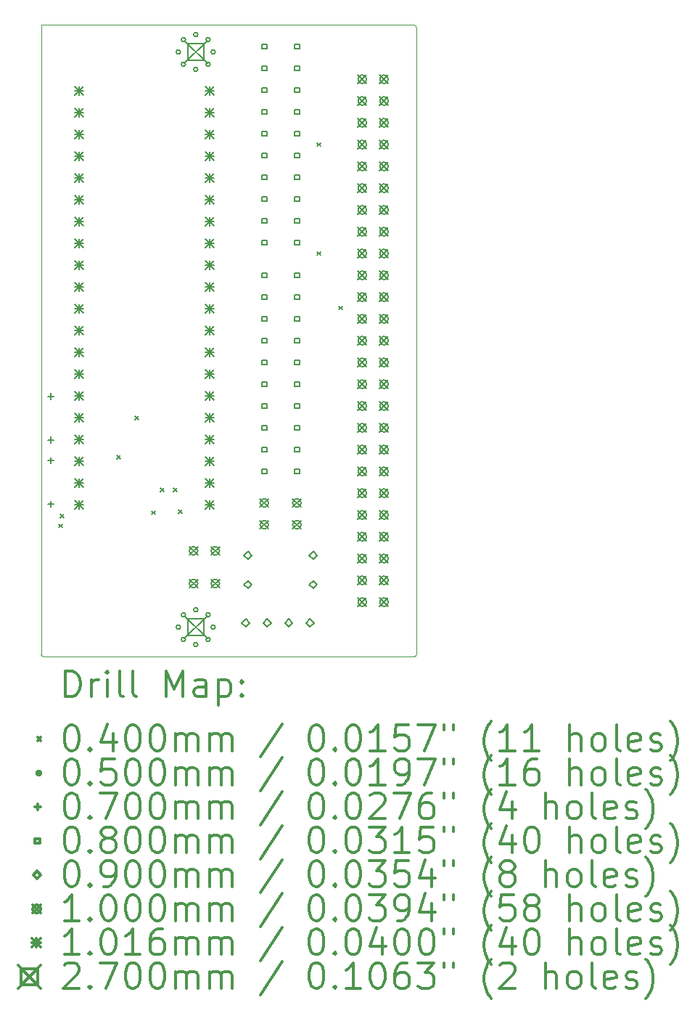
<source format=gbr>
%FSLAX45Y45*%
G04 Gerber Fmt 4.5, Leading zero omitted, Abs format (unit mm)*
G04 Created by KiCad (PCBNEW (5.1.10-1-10_14)) date 2021-10-09 12:15:42*
%MOMM*%
%LPD*%
G01*
G04 APERTURE LIST*
%TA.AperFunction,Profile*%
%ADD10C,0.050000*%
%TD*%
%ADD11C,0.200000*%
%ADD12C,0.300000*%
G04 APERTURE END LIST*
D10*
X12509500Y-16929100D02*
G75*
G02*
X12484100Y-16954500I-25400J0D01*
G01*
X8153400Y-16954500D02*
G75*
G02*
X8128000Y-16929100I0J25400D01*
G01*
X8128000Y-9613900D02*
G75*
G02*
X8153400Y-9588500I25400J0D01*
G01*
X12471400Y-9588500D02*
G75*
G02*
X12509500Y-9626600I0J-38100D01*
G01*
X8191500Y-16954500D02*
X8153400Y-16954500D01*
X8128000Y-16827500D02*
X8128000Y-16929100D01*
X12484100Y-16954500D02*
X8191500Y-16954500D01*
X12509500Y-16827500D02*
X12509500Y-16929100D01*
X12471400Y-9588500D02*
X8153400Y-9588500D01*
X12509500Y-16827500D02*
X12509500Y-9626600D01*
X8128000Y-16827500D02*
X8128000Y-9613900D01*
D11*
X8336600Y-15410500D02*
X8376600Y-15450500D01*
X8376600Y-15410500D02*
X8336600Y-15450500D01*
X8349300Y-15296200D02*
X8389300Y-15336200D01*
X8389300Y-15296200D02*
X8349300Y-15336200D01*
X9009700Y-14610400D02*
X9049700Y-14650400D01*
X9049700Y-14610400D02*
X9009700Y-14650400D01*
X9225600Y-14153200D02*
X9265600Y-14193200D01*
X9265600Y-14153200D02*
X9225600Y-14193200D01*
X9416100Y-15258100D02*
X9456100Y-15298100D01*
X9456100Y-15258100D02*
X9416100Y-15298100D01*
X9517700Y-14991400D02*
X9557700Y-15031400D01*
X9557700Y-14991400D02*
X9517700Y-15031400D01*
X9670100Y-14991400D02*
X9710100Y-15031400D01*
X9710100Y-14991400D02*
X9670100Y-15031400D01*
X9733600Y-15245400D02*
X9773600Y-15285400D01*
X9773600Y-15245400D02*
X9733600Y-15285400D01*
X11346500Y-10965500D02*
X11386500Y-11005500D01*
X11386500Y-10965500D02*
X11346500Y-11005500D01*
X11346500Y-12235500D02*
X11386500Y-12275500D01*
X11386500Y-12235500D02*
X11346500Y-12275500D01*
X11600500Y-12870500D02*
X11640500Y-12910500D01*
X11640500Y-12870500D02*
X11600500Y-12910500D01*
X9753900Y-9906000D02*
G75*
G03*
X9753900Y-9906000I-25000J0D01*
G01*
X9753900Y-16611600D02*
G75*
G03*
X9753900Y-16611600I-25000J0D01*
G01*
X9813211Y-9762811D02*
G75*
G03*
X9813211Y-9762811I-25000J0D01*
G01*
X9813211Y-10049189D02*
G75*
G03*
X9813211Y-10049189I-25000J0D01*
G01*
X9813211Y-16468411D02*
G75*
G03*
X9813211Y-16468411I-25000J0D01*
G01*
X9813211Y-16754789D02*
G75*
G03*
X9813211Y-16754789I-25000J0D01*
G01*
X9956400Y-9703500D02*
G75*
G03*
X9956400Y-9703500I-25000J0D01*
G01*
X9956400Y-10108500D02*
G75*
G03*
X9956400Y-10108500I-25000J0D01*
G01*
X9956400Y-16409100D02*
G75*
G03*
X9956400Y-16409100I-25000J0D01*
G01*
X9956400Y-16814100D02*
G75*
G03*
X9956400Y-16814100I-25000J0D01*
G01*
X10099589Y-9762811D02*
G75*
G03*
X10099589Y-9762811I-25000J0D01*
G01*
X10099589Y-10049189D02*
G75*
G03*
X10099589Y-10049189I-25000J0D01*
G01*
X10099589Y-16468411D02*
G75*
G03*
X10099589Y-16468411I-25000J0D01*
G01*
X10099589Y-16754789D02*
G75*
G03*
X10099589Y-16754789I-25000J0D01*
G01*
X10158900Y-9906000D02*
G75*
G03*
X10158900Y-9906000I-25000J0D01*
G01*
X10158900Y-16611600D02*
G75*
G03*
X10158900Y-16611600I-25000J0D01*
G01*
X8242300Y-13884200D02*
X8242300Y-13954200D01*
X8207300Y-13919200D02*
X8277300Y-13919200D01*
X8242300Y-14392200D02*
X8242300Y-14462200D01*
X8207300Y-14427200D02*
X8277300Y-14427200D01*
X8242300Y-14633500D02*
X8242300Y-14703500D01*
X8207300Y-14668500D02*
X8277300Y-14668500D01*
X8242300Y-15141500D02*
X8242300Y-15211500D01*
X8207300Y-15176500D02*
X8277300Y-15176500D01*
X10759785Y-9870785D02*
X10759785Y-9814216D01*
X10703216Y-9814216D01*
X10703216Y-9870785D01*
X10759785Y-9870785D01*
X10759785Y-10124785D02*
X10759785Y-10068216D01*
X10703216Y-10068216D01*
X10703216Y-10124785D01*
X10759785Y-10124785D01*
X10759785Y-10378785D02*
X10759785Y-10322216D01*
X10703216Y-10322216D01*
X10703216Y-10378785D01*
X10759785Y-10378785D01*
X10759785Y-10632785D02*
X10759785Y-10576216D01*
X10703216Y-10576216D01*
X10703216Y-10632785D01*
X10759785Y-10632785D01*
X10759785Y-10886785D02*
X10759785Y-10830216D01*
X10703216Y-10830216D01*
X10703216Y-10886785D01*
X10759785Y-10886785D01*
X10759785Y-11140785D02*
X10759785Y-11084216D01*
X10703216Y-11084216D01*
X10703216Y-11140785D01*
X10759785Y-11140785D01*
X10759785Y-11394784D02*
X10759785Y-11338215D01*
X10703216Y-11338215D01*
X10703216Y-11394784D01*
X10759785Y-11394784D01*
X10759785Y-11648784D02*
X10759785Y-11592215D01*
X10703216Y-11592215D01*
X10703216Y-11648784D01*
X10759785Y-11648784D01*
X10759785Y-11902784D02*
X10759785Y-11846215D01*
X10703216Y-11846215D01*
X10703216Y-11902784D01*
X10759785Y-11902784D01*
X10759785Y-12156784D02*
X10759785Y-12100215D01*
X10703216Y-12100215D01*
X10703216Y-12156784D01*
X10759785Y-12156784D01*
X10759785Y-12537784D02*
X10759785Y-12481215D01*
X10703216Y-12481215D01*
X10703216Y-12537784D01*
X10759785Y-12537784D01*
X10759785Y-12791784D02*
X10759785Y-12735215D01*
X10703216Y-12735215D01*
X10703216Y-12791784D01*
X10759785Y-12791784D01*
X10759785Y-13045784D02*
X10759785Y-12989215D01*
X10703216Y-12989215D01*
X10703216Y-13045784D01*
X10759785Y-13045784D01*
X10759785Y-13299784D02*
X10759785Y-13243215D01*
X10703216Y-13243215D01*
X10703216Y-13299784D01*
X10759785Y-13299784D01*
X10759785Y-13553784D02*
X10759785Y-13497215D01*
X10703216Y-13497215D01*
X10703216Y-13553784D01*
X10759785Y-13553784D01*
X10759785Y-13807784D02*
X10759785Y-13751215D01*
X10703216Y-13751215D01*
X10703216Y-13807784D01*
X10759785Y-13807784D01*
X10759785Y-14061784D02*
X10759785Y-14005215D01*
X10703216Y-14005215D01*
X10703216Y-14061784D01*
X10759785Y-14061784D01*
X10759785Y-14315784D02*
X10759785Y-14259215D01*
X10703216Y-14259215D01*
X10703216Y-14315784D01*
X10759785Y-14315784D01*
X10759785Y-14569784D02*
X10759785Y-14513215D01*
X10703216Y-14513215D01*
X10703216Y-14569784D01*
X10759785Y-14569784D01*
X10759785Y-14823784D02*
X10759785Y-14767215D01*
X10703216Y-14767215D01*
X10703216Y-14823784D01*
X10759785Y-14823784D01*
X11140785Y-9870785D02*
X11140785Y-9814216D01*
X11084216Y-9814216D01*
X11084216Y-9870785D01*
X11140785Y-9870785D01*
X11140785Y-10124785D02*
X11140785Y-10068216D01*
X11084216Y-10068216D01*
X11084216Y-10124785D01*
X11140785Y-10124785D01*
X11140785Y-10378785D02*
X11140785Y-10322216D01*
X11084216Y-10322216D01*
X11084216Y-10378785D01*
X11140785Y-10378785D01*
X11140785Y-10632785D02*
X11140785Y-10576216D01*
X11084216Y-10576216D01*
X11084216Y-10632785D01*
X11140785Y-10632785D01*
X11140785Y-10886785D02*
X11140785Y-10830216D01*
X11084216Y-10830216D01*
X11084216Y-10886785D01*
X11140785Y-10886785D01*
X11140785Y-11140785D02*
X11140785Y-11084216D01*
X11084216Y-11084216D01*
X11084216Y-11140785D01*
X11140785Y-11140785D01*
X11140785Y-11394784D02*
X11140785Y-11338215D01*
X11084216Y-11338215D01*
X11084216Y-11394784D01*
X11140785Y-11394784D01*
X11140785Y-11648784D02*
X11140785Y-11592215D01*
X11084216Y-11592215D01*
X11084216Y-11648784D01*
X11140785Y-11648784D01*
X11140785Y-11902784D02*
X11140785Y-11846215D01*
X11084216Y-11846215D01*
X11084216Y-11902784D01*
X11140785Y-11902784D01*
X11140785Y-12156784D02*
X11140785Y-12100215D01*
X11084216Y-12100215D01*
X11084216Y-12156784D01*
X11140785Y-12156784D01*
X11140785Y-12537784D02*
X11140785Y-12481215D01*
X11084216Y-12481215D01*
X11084216Y-12537784D01*
X11140785Y-12537784D01*
X11140785Y-12791784D02*
X11140785Y-12735215D01*
X11084216Y-12735215D01*
X11084216Y-12791784D01*
X11140785Y-12791784D01*
X11140785Y-13045784D02*
X11140785Y-12989215D01*
X11084216Y-12989215D01*
X11084216Y-13045784D01*
X11140785Y-13045784D01*
X11140785Y-13299784D02*
X11140785Y-13243215D01*
X11084216Y-13243215D01*
X11084216Y-13299784D01*
X11140785Y-13299784D01*
X11140785Y-13553784D02*
X11140785Y-13497215D01*
X11084216Y-13497215D01*
X11084216Y-13553784D01*
X11140785Y-13553784D01*
X11140785Y-13807784D02*
X11140785Y-13751215D01*
X11084216Y-13751215D01*
X11084216Y-13807784D01*
X11140785Y-13807784D01*
X11140785Y-14061784D02*
X11140785Y-14005215D01*
X11084216Y-14005215D01*
X11084216Y-14061784D01*
X11140785Y-14061784D01*
X11140785Y-14315784D02*
X11140785Y-14259215D01*
X11084216Y-14259215D01*
X11084216Y-14315784D01*
X11140785Y-14315784D01*
X11140785Y-14569784D02*
X11140785Y-14513215D01*
X11084216Y-14513215D01*
X11084216Y-14569784D01*
X11140785Y-14569784D01*
X11140785Y-14823784D02*
X11140785Y-14767215D01*
X11084216Y-14767215D01*
X11084216Y-14823784D01*
X11140785Y-14823784D01*
X10515600Y-16605800D02*
X10560600Y-16560800D01*
X10515600Y-16515800D01*
X10470600Y-16560800D01*
X10515600Y-16605800D01*
X10541000Y-15818400D02*
X10586000Y-15773400D01*
X10541000Y-15728400D01*
X10496000Y-15773400D01*
X10541000Y-15818400D01*
X10541000Y-16161300D02*
X10586000Y-16116300D01*
X10541000Y-16071300D01*
X10496000Y-16116300D01*
X10541000Y-16161300D01*
X10765600Y-16605800D02*
X10810600Y-16560800D01*
X10765600Y-16515800D01*
X10720600Y-16560800D01*
X10765600Y-16605800D01*
X11015600Y-16605800D02*
X11060600Y-16560800D01*
X11015600Y-16515800D01*
X10970600Y-16560800D01*
X11015600Y-16605800D01*
X11265600Y-16605800D02*
X11310600Y-16560800D01*
X11265600Y-16515800D01*
X11220600Y-16560800D01*
X11265600Y-16605800D01*
X11303000Y-15818400D02*
X11348000Y-15773400D01*
X11303000Y-15728400D01*
X11258000Y-15773400D01*
X11303000Y-15818400D01*
X11303000Y-16161300D02*
X11348000Y-16116300D01*
X11303000Y-16071300D01*
X11258000Y-16116300D01*
X11303000Y-16161300D01*
X9856000Y-15672600D02*
X9956000Y-15772600D01*
X9956000Y-15672600D02*
X9856000Y-15772600D01*
X9956000Y-15722600D02*
G75*
G03*
X9956000Y-15722600I-50000J0D01*
G01*
X9856000Y-16053600D02*
X9956000Y-16153600D01*
X9956000Y-16053600D02*
X9856000Y-16153600D01*
X9956000Y-16103600D02*
G75*
G03*
X9956000Y-16103600I-50000J0D01*
G01*
X10110000Y-15672600D02*
X10210000Y-15772600D01*
X10210000Y-15672600D02*
X10110000Y-15772600D01*
X10210000Y-15722600D02*
G75*
G03*
X10210000Y-15722600I-50000J0D01*
G01*
X10110000Y-16053600D02*
X10210000Y-16153600D01*
X10210000Y-16053600D02*
X10110000Y-16153600D01*
X10210000Y-16103600D02*
G75*
G03*
X10210000Y-16103600I-50000J0D01*
G01*
X10681500Y-15113800D02*
X10781500Y-15213800D01*
X10781500Y-15113800D02*
X10681500Y-15213800D01*
X10781500Y-15163800D02*
G75*
G03*
X10781500Y-15163800I-50000J0D01*
G01*
X10681500Y-15367800D02*
X10781500Y-15467800D01*
X10781500Y-15367800D02*
X10681500Y-15467800D01*
X10781500Y-15417800D02*
G75*
G03*
X10781500Y-15417800I-50000J0D01*
G01*
X11062500Y-15113800D02*
X11162500Y-15213800D01*
X11162500Y-15113800D02*
X11062500Y-15213800D01*
X11162500Y-15163800D02*
G75*
G03*
X11162500Y-15163800I-50000J0D01*
G01*
X11062500Y-15367800D02*
X11162500Y-15467800D01*
X11162500Y-15367800D02*
X11062500Y-15467800D01*
X11162500Y-15417800D02*
G75*
G03*
X11162500Y-15417800I-50000J0D01*
G01*
X11824500Y-10173500D02*
X11924500Y-10273500D01*
X11924500Y-10173500D02*
X11824500Y-10273500D01*
X11924500Y-10223500D02*
G75*
G03*
X11924500Y-10223500I-50000J0D01*
G01*
X11824500Y-10427500D02*
X11924500Y-10527500D01*
X11924500Y-10427500D02*
X11824500Y-10527500D01*
X11924500Y-10477500D02*
G75*
G03*
X11924500Y-10477500I-50000J0D01*
G01*
X11824500Y-10681500D02*
X11924500Y-10781500D01*
X11924500Y-10681500D02*
X11824500Y-10781500D01*
X11924500Y-10731500D02*
G75*
G03*
X11924500Y-10731500I-50000J0D01*
G01*
X11824500Y-10935500D02*
X11924500Y-11035500D01*
X11924500Y-10935500D02*
X11824500Y-11035500D01*
X11924500Y-10985500D02*
G75*
G03*
X11924500Y-10985500I-50000J0D01*
G01*
X11824500Y-11189500D02*
X11924500Y-11289500D01*
X11924500Y-11189500D02*
X11824500Y-11289500D01*
X11924500Y-11239500D02*
G75*
G03*
X11924500Y-11239500I-50000J0D01*
G01*
X11824500Y-11443500D02*
X11924500Y-11543500D01*
X11924500Y-11443500D02*
X11824500Y-11543500D01*
X11924500Y-11493500D02*
G75*
G03*
X11924500Y-11493500I-50000J0D01*
G01*
X11824500Y-11697500D02*
X11924500Y-11797500D01*
X11924500Y-11697500D02*
X11824500Y-11797500D01*
X11924500Y-11747500D02*
G75*
G03*
X11924500Y-11747500I-50000J0D01*
G01*
X11824500Y-11951500D02*
X11924500Y-12051500D01*
X11924500Y-11951500D02*
X11824500Y-12051500D01*
X11924500Y-12001500D02*
G75*
G03*
X11924500Y-12001500I-50000J0D01*
G01*
X11824500Y-12205500D02*
X11924500Y-12305500D01*
X11924500Y-12205500D02*
X11824500Y-12305500D01*
X11924500Y-12255500D02*
G75*
G03*
X11924500Y-12255500I-50000J0D01*
G01*
X11824500Y-12459500D02*
X11924500Y-12559500D01*
X11924500Y-12459500D02*
X11824500Y-12559500D01*
X11924500Y-12509500D02*
G75*
G03*
X11924500Y-12509500I-50000J0D01*
G01*
X11824500Y-12713500D02*
X11924500Y-12813500D01*
X11924500Y-12713500D02*
X11824500Y-12813500D01*
X11924500Y-12763500D02*
G75*
G03*
X11924500Y-12763500I-50000J0D01*
G01*
X11824500Y-12967500D02*
X11924500Y-13067500D01*
X11924500Y-12967500D02*
X11824500Y-13067500D01*
X11924500Y-13017500D02*
G75*
G03*
X11924500Y-13017500I-50000J0D01*
G01*
X11824500Y-13221500D02*
X11924500Y-13321500D01*
X11924500Y-13221500D02*
X11824500Y-13321500D01*
X11924500Y-13271500D02*
G75*
G03*
X11924500Y-13271500I-50000J0D01*
G01*
X11824500Y-13475500D02*
X11924500Y-13575500D01*
X11924500Y-13475500D02*
X11824500Y-13575500D01*
X11924500Y-13525500D02*
G75*
G03*
X11924500Y-13525500I-50000J0D01*
G01*
X11824500Y-13729500D02*
X11924500Y-13829500D01*
X11924500Y-13729500D02*
X11824500Y-13829500D01*
X11924500Y-13779500D02*
G75*
G03*
X11924500Y-13779500I-50000J0D01*
G01*
X11824500Y-13983500D02*
X11924500Y-14083500D01*
X11924500Y-13983500D02*
X11824500Y-14083500D01*
X11924500Y-14033500D02*
G75*
G03*
X11924500Y-14033500I-50000J0D01*
G01*
X11824500Y-14237500D02*
X11924500Y-14337500D01*
X11924500Y-14237500D02*
X11824500Y-14337500D01*
X11924500Y-14287500D02*
G75*
G03*
X11924500Y-14287500I-50000J0D01*
G01*
X11824500Y-14491500D02*
X11924500Y-14591500D01*
X11924500Y-14491500D02*
X11824500Y-14591500D01*
X11924500Y-14541500D02*
G75*
G03*
X11924500Y-14541500I-50000J0D01*
G01*
X11824500Y-14745500D02*
X11924500Y-14845500D01*
X11924500Y-14745500D02*
X11824500Y-14845500D01*
X11924500Y-14795500D02*
G75*
G03*
X11924500Y-14795500I-50000J0D01*
G01*
X11824500Y-14999500D02*
X11924500Y-15099500D01*
X11924500Y-14999500D02*
X11824500Y-15099500D01*
X11924500Y-15049500D02*
G75*
G03*
X11924500Y-15049500I-50000J0D01*
G01*
X11824500Y-15253500D02*
X11924500Y-15353500D01*
X11924500Y-15253500D02*
X11824500Y-15353500D01*
X11924500Y-15303500D02*
G75*
G03*
X11924500Y-15303500I-50000J0D01*
G01*
X11824500Y-15507500D02*
X11924500Y-15607500D01*
X11924500Y-15507500D02*
X11824500Y-15607500D01*
X11924500Y-15557500D02*
G75*
G03*
X11924500Y-15557500I-50000J0D01*
G01*
X11824500Y-15761500D02*
X11924500Y-15861500D01*
X11924500Y-15761500D02*
X11824500Y-15861500D01*
X11924500Y-15811500D02*
G75*
G03*
X11924500Y-15811500I-50000J0D01*
G01*
X11824500Y-16015500D02*
X11924500Y-16115500D01*
X11924500Y-16015500D02*
X11824500Y-16115500D01*
X11924500Y-16065500D02*
G75*
G03*
X11924500Y-16065500I-50000J0D01*
G01*
X11824500Y-16269500D02*
X11924500Y-16369500D01*
X11924500Y-16269500D02*
X11824500Y-16369500D01*
X11924500Y-16319500D02*
G75*
G03*
X11924500Y-16319500I-50000J0D01*
G01*
X12078500Y-10173500D02*
X12178500Y-10273500D01*
X12178500Y-10173500D02*
X12078500Y-10273500D01*
X12178500Y-10223500D02*
G75*
G03*
X12178500Y-10223500I-50000J0D01*
G01*
X12078500Y-10427500D02*
X12178500Y-10527500D01*
X12178500Y-10427500D02*
X12078500Y-10527500D01*
X12178500Y-10477500D02*
G75*
G03*
X12178500Y-10477500I-50000J0D01*
G01*
X12078500Y-10681500D02*
X12178500Y-10781500D01*
X12178500Y-10681500D02*
X12078500Y-10781500D01*
X12178500Y-10731500D02*
G75*
G03*
X12178500Y-10731500I-50000J0D01*
G01*
X12078500Y-10935500D02*
X12178500Y-11035500D01*
X12178500Y-10935500D02*
X12078500Y-11035500D01*
X12178500Y-10985500D02*
G75*
G03*
X12178500Y-10985500I-50000J0D01*
G01*
X12078500Y-11189500D02*
X12178500Y-11289500D01*
X12178500Y-11189500D02*
X12078500Y-11289500D01*
X12178500Y-11239500D02*
G75*
G03*
X12178500Y-11239500I-50000J0D01*
G01*
X12078500Y-11443500D02*
X12178500Y-11543500D01*
X12178500Y-11443500D02*
X12078500Y-11543500D01*
X12178500Y-11493500D02*
G75*
G03*
X12178500Y-11493500I-50000J0D01*
G01*
X12078500Y-11697500D02*
X12178500Y-11797500D01*
X12178500Y-11697500D02*
X12078500Y-11797500D01*
X12178500Y-11747500D02*
G75*
G03*
X12178500Y-11747500I-50000J0D01*
G01*
X12078500Y-11951500D02*
X12178500Y-12051500D01*
X12178500Y-11951500D02*
X12078500Y-12051500D01*
X12178500Y-12001500D02*
G75*
G03*
X12178500Y-12001500I-50000J0D01*
G01*
X12078500Y-12205500D02*
X12178500Y-12305500D01*
X12178500Y-12205500D02*
X12078500Y-12305500D01*
X12178500Y-12255500D02*
G75*
G03*
X12178500Y-12255500I-50000J0D01*
G01*
X12078500Y-12459500D02*
X12178500Y-12559500D01*
X12178500Y-12459500D02*
X12078500Y-12559500D01*
X12178500Y-12509500D02*
G75*
G03*
X12178500Y-12509500I-50000J0D01*
G01*
X12078500Y-12713500D02*
X12178500Y-12813500D01*
X12178500Y-12713500D02*
X12078500Y-12813500D01*
X12178500Y-12763500D02*
G75*
G03*
X12178500Y-12763500I-50000J0D01*
G01*
X12078500Y-12967500D02*
X12178500Y-13067500D01*
X12178500Y-12967500D02*
X12078500Y-13067500D01*
X12178500Y-13017500D02*
G75*
G03*
X12178500Y-13017500I-50000J0D01*
G01*
X12078500Y-13221500D02*
X12178500Y-13321500D01*
X12178500Y-13221500D02*
X12078500Y-13321500D01*
X12178500Y-13271500D02*
G75*
G03*
X12178500Y-13271500I-50000J0D01*
G01*
X12078500Y-13475500D02*
X12178500Y-13575500D01*
X12178500Y-13475500D02*
X12078500Y-13575500D01*
X12178500Y-13525500D02*
G75*
G03*
X12178500Y-13525500I-50000J0D01*
G01*
X12078500Y-13729500D02*
X12178500Y-13829500D01*
X12178500Y-13729500D02*
X12078500Y-13829500D01*
X12178500Y-13779500D02*
G75*
G03*
X12178500Y-13779500I-50000J0D01*
G01*
X12078500Y-13983500D02*
X12178500Y-14083500D01*
X12178500Y-13983500D02*
X12078500Y-14083500D01*
X12178500Y-14033500D02*
G75*
G03*
X12178500Y-14033500I-50000J0D01*
G01*
X12078500Y-14237500D02*
X12178500Y-14337500D01*
X12178500Y-14237500D02*
X12078500Y-14337500D01*
X12178500Y-14287500D02*
G75*
G03*
X12178500Y-14287500I-50000J0D01*
G01*
X12078500Y-14491500D02*
X12178500Y-14591500D01*
X12178500Y-14491500D02*
X12078500Y-14591500D01*
X12178500Y-14541500D02*
G75*
G03*
X12178500Y-14541500I-50000J0D01*
G01*
X12078500Y-14745500D02*
X12178500Y-14845500D01*
X12178500Y-14745500D02*
X12078500Y-14845500D01*
X12178500Y-14795500D02*
G75*
G03*
X12178500Y-14795500I-50000J0D01*
G01*
X12078500Y-14999500D02*
X12178500Y-15099500D01*
X12178500Y-14999500D02*
X12078500Y-15099500D01*
X12178500Y-15049500D02*
G75*
G03*
X12178500Y-15049500I-50000J0D01*
G01*
X12078500Y-15253500D02*
X12178500Y-15353500D01*
X12178500Y-15253500D02*
X12078500Y-15353500D01*
X12178500Y-15303500D02*
G75*
G03*
X12178500Y-15303500I-50000J0D01*
G01*
X12078500Y-15507500D02*
X12178500Y-15607500D01*
X12178500Y-15507500D02*
X12078500Y-15607500D01*
X12178500Y-15557500D02*
G75*
G03*
X12178500Y-15557500I-50000J0D01*
G01*
X12078500Y-15761500D02*
X12178500Y-15861500D01*
X12178500Y-15761500D02*
X12078500Y-15861500D01*
X12178500Y-15811500D02*
G75*
G03*
X12178500Y-15811500I-50000J0D01*
G01*
X12078500Y-16015500D02*
X12178500Y-16115500D01*
X12178500Y-16015500D02*
X12078500Y-16115500D01*
X12178500Y-16065500D02*
G75*
G03*
X12178500Y-16065500I-50000J0D01*
G01*
X12078500Y-16269500D02*
X12178500Y-16369500D01*
X12178500Y-16269500D02*
X12078500Y-16369500D01*
X12178500Y-16319500D02*
G75*
G03*
X12178500Y-16319500I-50000J0D01*
G01*
X8521700Y-10304780D02*
X8623300Y-10406380D01*
X8623300Y-10304780D02*
X8521700Y-10406380D01*
X8572500Y-10304780D02*
X8572500Y-10406380D01*
X8521700Y-10355580D02*
X8623300Y-10355580D01*
X8521700Y-10558780D02*
X8623300Y-10660380D01*
X8623300Y-10558780D02*
X8521700Y-10660380D01*
X8572500Y-10558780D02*
X8572500Y-10660380D01*
X8521700Y-10609580D02*
X8623300Y-10609580D01*
X8521700Y-10812780D02*
X8623300Y-10914380D01*
X8623300Y-10812780D02*
X8521700Y-10914380D01*
X8572500Y-10812780D02*
X8572500Y-10914380D01*
X8521700Y-10863580D02*
X8623300Y-10863580D01*
X8521700Y-11066780D02*
X8623300Y-11168380D01*
X8623300Y-11066780D02*
X8521700Y-11168380D01*
X8572500Y-11066780D02*
X8572500Y-11168380D01*
X8521700Y-11117580D02*
X8623300Y-11117580D01*
X8521700Y-11320780D02*
X8623300Y-11422380D01*
X8623300Y-11320780D02*
X8521700Y-11422380D01*
X8572500Y-11320780D02*
X8572500Y-11422380D01*
X8521700Y-11371580D02*
X8623300Y-11371580D01*
X8521700Y-11574780D02*
X8623300Y-11676380D01*
X8623300Y-11574780D02*
X8521700Y-11676380D01*
X8572500Y-11574780D02*
X8572500Y-11676380D01*
X8521700Y-11625580D02*
X8623300Y-11625580D01*
X8521700Y-11828780D02*
X8623300Y-11930380D01*
X8623300Y-11828780D02*
X8521700Y-11930380D01*
X8572500Y-11828780D02*
X8572500Y-11930380D01*
X8521700Y-11879580D02*
X8623300Y-11879580D01*
X8521700Y-12082780D02*
X8623300Y-12184380D01*
X8623300Y-12082780D02*
X8521700Y-12184380D01*
X8572500Y-12082780D02*
X8572500Y-12184380D01*
X8521700Y-12133580D02*
X8623300Y-12133580D01*
X8521700Y-12336780D02*
X8623300Y-12438380D01*
X8623300Y-12336780D02*
X8521700Y-12438380D01*
X8572500Y-12336780D02*
X8572500Y-12438380D01*
X8521700Y-12387580D02*
X8623300Y-12387580D01*
X8521700Y-12590780D02*
X8623300Y-12692380D01*
X8623300Y-12590780D02*
X8521700Y-12692380D01*
X8572500Y-12590780D02*
X8572500Y-12692380D01*
X8521700Y-12641580D02*
X8623300Y-12641580D01*
X8521700Y-12844780D02*
X8623300Y-12946380D01*
X8623300Y-12844780D02*
X8521700Y-12946380D01*
X8572500Y-12844780D02*
X8572500Y-12946380D01*
X8521700Y-12895580D02*
X8623300Y-12895580D01*
X8521700Y-13098780D02*
X8623300Y-13200380D01*
X8623300Y-13098780D02*
X8521700Y-13200380D01*
X8572500Y-13098780D02*
X8572500Y-13200380D01*
X8521700Y-13149580D02*
X8623300Y-13149580D01*
X8521700Y-13352780D02*
X8623300Y-13454380D01*
X8623300Y-13352780D02*
X8521700Y-13454380D01*
X8572500Y-13352780D02*
X8572500Y-13454380D01*
X8521700Y-13403580D02*
X8623300Y-13403580D01*
X8521700Y-13606780D02*
X8623300Y-13708380D01*
X8623300Y-13606780D02*
X8521700Y-13708380D01*
X8572500Y-13606780D02*
X8572500Y-13708380D01*
X8521700Y-13657580D02*
X8623300Y-13657580D01*
X8521700Y-13860780D02*
X8623300Y-13962380D01*
X8623300Y-13860780D02*
X8521700Y-13962380D01*
X8572500Y-13860780D02*
X8572500Y-13962380D01*
X8521700Y-13911580D02*
X8623300Y-13911580D01*
X8521700Y-14114780D02*
X8623300Y-14216380D01*
X8623300Y-14114780D02*
X8521700Y-14216380D01*
X8572500Y-14114780D02*
X8572500Y-14216380D01*
X8521700Y-14165580D02*
X8623300Y-14165580D01*
X8521700Y-14368780D02*
X8623300Y-14470380D01*
X8623300Y-14368780D02*
X8521700Y-14470380D01*
X8572500Y-14368780D02*
X8572500Y-14470380D01*
X8521700Y-14419580D02*
X8623300Y-14419580D01*
X8521700Y-14622780D02*
X8623300Y-14724380D01*
X8623300Y-14622780D02*
X8521700Y-14724380D01*
X8572500Y-14622780D02*
X8572500Y-14724380D01*
X8521700Y-14673580D02*
X8623300Y-14673580D01*
X8521700Y-14876780D02*
X8623300Y-14978380D01*
X8623300Y-14876780D02*
X8521700Y-14978380D01*
X8572500Y-14876780D02*
X8572500Y-14978380D01*
X8521700Y-14927580D02*
X8623300Y-14927580D01*
X8521700Y-15135860D02*
X8623300Y-15237460D01*
X8623300Y-15135860D02*
X8521700Y-15237460D01*
X8572500Y-15135860D02*
X8572500Y-15237460D01*
X8521700Y-15186660D02*
X8623300Y-15186660D01*
X10045700Y-10304780D02*
X10147300Y-10406380D01*
X10147300Y-10304780D02*
X10045700Y-10406380D01*
X10096500Y-10304780D02*
X10096500Y-10406380D01*
X10045700Y-10355580D02*
X10147300Y-10355580D01*
X10045700Y-10558780D02*
X10147300Y-10660380D01*
X10147300Y-10558780D02*
X10045700Y-10660380D01*
X10096500Y-10558780D02*
X10096500Y-10660380D01*
X10045700Y-10609580D02*
X10147300Y-10609580D01*
X10045700Y-10812780D02*
X10147300Y-10914380D01*
X10147300Y-10812780D02*
X10045700Y-10914380D01*
X10096500Y-10812780D02*
X10096500Y-10914380D01*
X10045700Y-10863580D02*
X10147300Y-10863580D01*
X10045700Y-11066780D02*
X10147300Y-11168380D01*
X10147300Y-11066780D02*
X10045700Y-11168380D01*
X10096500Y-11066780D02*
X10096500Y-11168380D01*
X10045700Y-11117580D02*
X10147300Y-11117580D01*
X10045700Y-11320780D02*
X10147300Y-11422380D01*
X10147300Y-11320780D02*
X10045700Y-11422380D01*
X10096500Y-11320780D02*
X10096500Y-11422380D01*
X10045700Y-11371580D02*
X10147300Y-11371580D01*
X10045700Y-11574780D02*
X10147300Y-11676380D01*
X10147300Y-11574780D02*
X10045700Y-11676380D01*
X10096500Y-11574780D02*
X10096500Y-11676380D01*
X10045700Y-11625580D02*
X10147300Y-11625580D01*
X10045700Y-11828780D02*
X10147300Y-11930380D01*
X10147300Y-11828780D02*
X10045700Y-11930380D01*
X10096500Y-11828780D02*
X10096500Y-11930380D01*
X10045700Y-11879580D02*
X10147300Y-11879580D01*
X10045700Y-12082780D02*
X10147300Y-12184380D01*
X10147300Y-12082780D02*
X10045700Y-12184380D01*
X10096500Y-12082780D02*
X10096500Y-12184380D01*
X10045700Y-12133580D02*
X10147300Y-12133580D01*
X10045700Y-12336780D02*
X10147300Y-12438380D01*
X10147300Y-12336780D02*
X10045700Y-12438380D01*
X10096500Y-12336780D02*
X10096500Y-12438380D01*
X10045700Y-12387580D02*
X10147300Y-12387580D01*
X10045700Y-12590780D02*
X10147300Y-12692380D01*
X10147300Y-12590780D02*
X10045700Y-12692380D01*
X10096500Y-12590780D02*
X10096500Y-12692380D01*
X10045700Y-12641580D02*
X10147300Y-12641580D01*
X10045700Y-12844780D02*
X10147300Y-12946380D01*
X10147300Y-12844780D02*
X10045700Y-12946380D01*
X10096500Y-12844780D02*
X10096500Y-12946380D01*
X10045700Y-12895580D02*
X10147300Y-12895580D01*
X10045700Y-13098780D02*
X10147300Y-13200380D01*
X10147300Y-13098780D02*
X10045700Y-13200380D01*
X10096500Y-13098780D02*
X10096500Y-13200380D01*
X10045700Y-13149580D02*
X10147300Y-13149580D01*
X10045700Y-13352780D02*
X10147300Y-13454380D01*
X10147300Y-13352780D02*
X10045700Y-13454380D01*
X10096500Y-13352780D02*
X10096500Y-13454380D01*
X10045700Y-13403580D02*
X10147300Y-13403580D01*
X10045700Y-13606780D02*
X10147300Y-13708380D01*
X10147300Y-13606780D02*
X10045700Y-13708380D01*
X10096500Y-13606780D02*
X10096500Y-13708380D01*
X10045700Y-13657580D02*
X10147300Y-13657580D01*
X10045700Y-13860780D02*
X10147300Y-13962380D01*
X10147300Y-13860780D02*
X10045700Y-13962380D01*
X10096500Y-13860780D02*
X10096500Y-13962380D01*
X10045700Y-13911580D02*
X10147300Y-13911580D01*
X10045700Y-14114780D02*
X10147300Y-14216380D01*
X10147300Y-14114780D02*
X10045700Y-14216380D01*
X10096500Y-14114780D02*
X10096500Y-14216380D01*
X10045700Y-14165580D02*
X10147300Y-14165580D01*
X10045700Y-14368780D02*
X10147300Y-14470380D01*
X10147300Y-14368780D02*
X10045700Y-14470380D01*
X10096500Y-14368780D02*
X10096500Y-14470380D01*
X10045700Y-14419580D02*
X10147300Y-14419580D01*
X10045700Y-14622780D02*
X10147300Y-14724380D01*
X10147300Y-14622780D02*
X10045700Y-14724380D01*
X10096500Y-14622780D02*
X10096500Y-14724380D01*
X10045700Y-14673580D02*
X10147300Y-14673580D01*
X10045700Y-14876780D02*
X10147300Y-14978380D01*
X10147300Y-14876780D02*
X10045700Y-14978380D01*
X10096500Y-14876780D02*
X10096500Y-14978380D01*
X10045700Y-14927580D02*
X10147300Y-14927580D01*
X10045700Y-15130780D02*
X10147300Y-15232380D01*
X10147300Y-15130780D02*
X10045700Y-15232380D01*
X10096500Y-15130780D02*
X10096500Y-15232380D01*
X10045700Y-15181580D02*
X10147300Y-15181580D01*
X9796400Y-9771000D02*
X10066400Y-10041000D01*
X10066400Y-9771000D02*
X9796400Y-10041000D01*
X10026860Y-10001460D02*
X10026860Y-9810540D01*
X9835940Y-9810540D01*
X9835940Y-10001460D01*
X10026860Y-10001460D01*
X9796400Y-16476600D02*
X10066400Y-16746600D01*
X10066400Y-16476600D02*
X9796400Y-16746600D01*
X10026860Y-16707060D02*
X10026860Y-16516140D01*
X9835940Y-16516140D01*
X9835940Y-16707060D01*
X10026860Y-16707060D01*
D12*
X8411928Y-17422714D02*
X8411928Y-17122714D01*
X8483357Y-17122714D01*
X8526214Y-17137000D01*
X8554786Y-17165572D01*
X8569071Y-17194143D01*
X8583357Y-17251286D01*
X8583357Y-17294143D01*
X8569071Y-17351286D01*
X8554786Y-17379857D01*
X8526214Y-17408429D01*
X8483357Y-17422714D01*
X8411928Y-17422714D01*
X8711928Y-17422714D02*
X8711928Y-17222714D01*
X8711928Y-17279857D02*
X8726214Y-17251286D01*
X8740500Y-17237000D01*
X8769071Y-17222714D01*
X8797643Y-17222714D01*
X8897643Y-17422714D02*
X8897643Y-17222714D01*
X8897643Y-17122714D02*
X8883357Y-17137000D01*
X8897643Y-17151286D01*
X8911928Y-17137000D01*
X8897643Y-17122714D01*
X8897643Y-17151286D01*
X9083357Y-17422714D02*
X9054786Y-17408429D01*
X9040500Y-17379857D01*
X9040500Y-17122714D01*
X9240500Y-17422714D02*
X9211928Y-17408429D01*
X9197643Y-17379857D01*
X9197643Y-17122714D01*
X9583357Y-17422714D02*
X9583357Y-17122714D01*
X9683357Y-17337000D01*
X9783357Y-17122714D01*
X9783357Y-17422714D01*
X10054786Y-17422714D02*
X10054786Y-17265572D01*
X10040500Y-17237000D01*
X10011928Y-17222714D01*
X9954786Y-17222714D01*
X9926214Y-17237000D01*
X10054786Y-17408429D02*
X10026214Y-17422714D01*
X9954786Y-17422714D01*
X9926214Y-17408429D01*
X9911928Y-17379857D01*
X9911928Y-17351286D01*
X9926214Y-17322714D01*
X9954786Y-17308429D01*
X10026214Y-17308429D01*
X10054786Y-17294143D01*
X10197643Y-17222714D02*
X10197643Y-17522714D01*
X10197643Y-17237000D02*
X10226214Y-17222714D01*
X10283357Y-17222714D01*
X10311928Y-17237000D01*
X10326214Y-17251286D01*
X10340500Y-17279857D01*
X10340500Y-17365572D01*
X10326214Y-17394143D01*
X10311928Y-17408429D01*
X10283357Y-17422714D01*
X10226214Y-17422714D01*
X10197643Y-17408429D01*
X10469071Y-17394143D02*
X10483357Y-17408429D01*
X10469071Y-17422714D01*
X10454786Y-17408429D01*
X10469071Y-17394143D01*
X10469071Y-17422714D01*
X10469071Y-17237000D02*
X10483357Y-17251286D01*
X10469071Y-17265572D01*
X10454786Y-17251286D01*
X10469071Y-17237000D01*
X10469071Y-17265572D01*
X8085500Y-17897000D02*
X8125500Y-17937000D01*
X8125500Y-17897000D02*
X8085500Y-17937000D01*
X8469071Y-17752714D02*
X8497643Y-17752714D01*
X8526214Y-17767000D01*
X8540500Y-17781286D01*
X8554786Y-17809857D01*
X8569071Y-17867000D01*
X8569071Y-17938429D01*
X8554786Y-17995572D01*
X8540500Y-18024143D01*
X8526214Y-18038429D01*
X8497643Y-18052714D01*
X8469071Y-18052714D01*
X8440500Y-18038429D01*
X8426214Y-18024143D01*
X8411928Y-17995572D01*
X8397643Y-17938429D01*
X8397643Y-17867000D01*
X8411928Y-17809857D01*
X8426214Y-17781286D01*
X8440500Y-17767000D01*
X8469071Y-17752714D01*
X8697643Y-18024143D02*
X8711928Y-18038429D01*
X8697643Y-18052714D01*
X8683357Y-18038429D01*
X8697643Y-18024143D01*
X8697643Y-18052714D01*
X8969071Y-17852714D02*
X8969071Y-18052714D01*
X8897643Y-17738429D02*
X8826214Y-17952714D01*
X9011928Y-17952714D01*
X9183357Y-17752714D02*
X9211928Y-17752714D01*
X9240500Y-17767000D01*
X9254786Y-17781286D01*
X9269071Y-17809857D01*
X9283357Y-17867000D01*
X9283357Y-17938429D01*
X9269071Y-17995572D01*
X9254786Y-18024143D01*
X9240500Y-18038429D01*
X9211928Y-18052714D01*
X9183357Y-18052714D01*
X9154786Y-18038429D01*
X9140500Y-18024143D01*
X9126214Y-17995572D01*
X9111928Y-17938429D01*
X9111928Y-17867000D01*
X9126214Y-17809857D01*
X9140500Y-17781286D01*
X9154786Y-17767000D01*
X9183357Y-17752714D01*
X9469071Y-17752714D02*
X9497643Y-17752714D01*
X9526214Y-17767000D01*
X9540500Y-17781286D01*
X9554786Y-17809857D01*
X9569071Y-17867000D01*
X9569071Y-17938429D01*
X9554786Y-17995572D01*
X9540500Y-18024143D01*
X9526214Y-18038429D01*
X9497643Y-18052714D01*
X9469071Y-18052714D01*
X9440500Y-18038429D01*
X9426214Y-18024143D01*
X9411928Y-17995572D01*
X9397643Y-17938429D01*
X9397643Y-17867000D01*
X9411928Y-17809857D01*
X9426214Y-17781286D01*
X9440500Y-17767000D01*
X9469071Y-17752714D01*
X9697643Y-18052714D02*
X9697643Y-17852714D01*
X9697643Y-17881286D02*
X9711928Y-17867000D01*
X9740500Y-17852714D01*
X9783357Y-17852714D01*
X9811928Y-17867000D01*
X9826214Y-17895572D01*
X9826214Y-18052714D01*
X9826214Y-17895572D02*
X9840500Y-17867000D01*
X9869071Y-17852714D01*
X9911928Y-17852714D01*
X9940500Y-17867000D01*
X9954786Y-17895572D01*
X9954786Y-18052714D01*
X10097643Y-18052714D02*
X10097643Y-17852714D01*
X10097643Y-17881286D02*
X10111928Y-17867000D01*
X10140500Y-17852714D01*
X10183357Y-17852714D01*
X10211928Y-17867000D01*
X10226214Y-17895572D01*
X10226214Y-18052714D01*
X10226214Y-17895572D02*
X10240500Y-17867000D01*
X10269071Y-17852714D01*
X10311928Y-17852714D01*
X10340500Y-17867000D01*
X10354786Y-17895572D01*
X10354786Y-18052714D01*
X10940500Y-17738429D02*
X10683357Y-18124143D01*
X11326214Y-17752714D02*
X11354786Y-17752714D01*
X11383357Y-17767000D01*
X11397643Y-17781286D01*
X11411928Y-17809857D01*
X11426214Y-17867000D01*
X11426214Y-17938429D01*
X11411928Y-17995572D01*
X11397643Y-18024143D01*
X11383357Y-18038429D01*
X11354786Y-18052714D01*
X11326214Y-18052714D01*
X11297643Y-18038429D01*
X11283357Y-18024143D01*
X11269071Y-17995572D01*
X11254786Y-17938429D01*
X11254786Y-17867000D01*
X11269071Y-17809857D01*
X11283357Y-17781286D01*
X11297643Y-17767000D01*
X11326214Y-17752714D01*
X11554786Y-18024143D02*
X11569071Y-18038429D01*
X11554786Y-18052714D01*
X11540500Y-18038429D01*
X11554786Y-18024143D01*
X11554786Y-18052714D01*
X11754786Y-17752714D02*
X11783357Y-17752714D01*
X11811928Y-17767000D01*
X11826214Y-17781286D01*
X11840500Y-17809857D01*
X11854786Y-17867000D01*
X11854786Y-17938429D01*
X11840500Y-17995572D01*
X11826214Y-18024143D01*
X11811928Y-18038429D01*
X11783357Y-18052714D01*
X11754786Y-18052714D01*
X11726214Y-18038429D01*
X11711928Y-18024143D01*
X11697643Y-17995572D01*
X11683357Y-17938429D01*
X11683357Y-17867000D01*
X11697643Y-17809857D01*
X11711928Y-17781286D01*
X11726214Y-17767000D01*
X11754786Y-17752714D01*
X12140500Y-18052714D02*
X11969071Y-18052714D01*
X12054786Y-18052714D02*
X12054786Y-17752714D01*
X12026214Y-17795572D01*
X11997643Y-17824143D01*
X11969071Y-17838429D01*
X12411928Y-17752714D02*
X12269071Y-17752714D01*
X12254786Y-17895572D01*
X12269071Y-17881286D01*
X12297643Y-17867000D01*
X12369071Y-17867000D01*
X12397643Y-17881286D01*
X12411928Y-17895572D01*
X12426214Y-17924143D01*
X12426214Y-17995572D01*
X12411928Y-18024143D01*
X12397643Y-18038429D01*
X12369071Y-18052714D01*
X12297643Y-18052714D01*
X12269071Y-18038429D01*
X12254786Y-18024143D01*
X12526214Y-17752714D02*
X12726214Y-17752714D01*
X12597643Y-18052714D01*
X12826214Y-17752714D02*
X12826214Y-17809857D01*
X12940500Y-17752714D02*
X12940500Y-17809857D01*
X13383357Y-18167000D02*
X13369071Y-18152714D01*
X13340500Y-18109857D01*
X13326214Y-18081286D01*
X13311928Y-18038429D01*
X13297643Y-17967000D01*
X13297643Y-17909857D01*
X13311928Y-17838429D01*
X13326214Y-17795572D01*
X13340500Y-17767000D01*
X13369071Y-17724143D01*
X13383357Y-17709857D01*
X13654786Y-18052714D02*
X13483357Y-18052714D01*
X13569071Y-18052714D02*
X13569071Y-17752714D01*
X13540500Y-17795572D01*
X13511928Y-17824143D01*
X13483357Y-17838429D01*
X13940500Y-18052714D02*
X13769071Y-18052714D01*
X13854786Y-18052714D02*
X13854786Y-17752714D01*
X13826214Y-17795572D01*
X13797643Y-17824143D01*
X13769071Y-17838429D01*
X14297643Y-18052714D02*
X14297643Y-17752714D01*
X14426214Y-18052714D02*
X14426214Y-17895572D01*
X14411928Y-17867000D01*
X14383357Y-17852714D01*
X14340500Y-17852714D01*
X14311928Y-17867000D01*
X14297643Y-17881286D01*
X14611928Y-18052714D02*
X14583357Y-18038429D01*
X14569071Y-18024143D01*
X14554786Y-17995572D01*
X14554786Y-17909857D01*
X14569071Y-17881286D01*
X14583357Y-17867000D01*
X14611928Y-17852714D01*
X14654786Y-17852714D01*
X14683357Y-17867000D01*
X14697643Y-17881286D01*
X14711928Y-17909857D01*
X14711928Y-17995572D01*
X14697643Y-18024143D01*
X14683357Y-18038429D01*
X14654786Y-18052714D01*
X14611928Y-18052714D01*
X14883357Y-18052714D02*
X14854786Y-18038429D01*
X14840500Y-18009857D01*
X14840500Y-17752714D01*
X15111928Y-18038429D02*
X15083357Y-18052714D01*
X15026214Y-18052714D01*
X14997643Y-18038429D01*
X14983357Y-18009857D01*
X14983357Y-17895572D01*
X14997643Y-17867000D01*
X15026214Y-17852714D01*
X15083357Y-17852714D01*
X15111928Y-17867000D01*
X15126214Y-17895572D01*
X15126214Y-17924143D01*
X14983357Y-17952714D01*
X15240500Y-18038429D02*
X15269071Y-18052714D01*
X15326214Y-18052714D01*
X15354786Y-18038429D01*
X15369071Y-18009857D01*
X15369071Y-17995572D01*
X15354786Y-17967000D01*
X15326214Y-17952714D01*
X15283357Y-17952714D01*
X15254786Y-17938429D01*
X15240500Y-17909857D01*
X15240500Y-17895572D01*
X15254786Y-17867000D01*
X15283357Y-17852714D01*
X15326214Y-17852714D01*
X15354786Y-17867000D01*
X15469071Y-18167000D02*
X15483357Y-18152714D01*
X15511928Y-18109857D01*
X15526214Y-18081286D01*
X15540500Y-18038429D01*
X15554786Y-17967000D01*
X15554786Y-17909857D01*
X15540500Y-17838429D01*
X15526214Y-17795572D01*
X15511928Y-17767000D01*
X15483357Y-17724143D01*
X15469071Y-17709857D01*
X8125500Y-18313000D02*
G75*
G03*
X8125500Y-18313000I-25000J0D01*
G01*
X8469071Y-18148714D02*
X8497643Y-18148714D01*
X8526214Y-18163000D01*
X8540500Y-18177286D01*
X8554786Y-18205857D01*
X8569071Y-18263000D01*
X8569071Y-18334429D01*
X8554786Y-18391572D01*
X8540500Y-18420143D01*
X8526214Y-18434429D01*
X8497643Y-18448714D01*
X8469071Y-18448714D01*
X8440500Y-18434429D01*
X8426214Y-18420143D01*
X8411928Y-18391572D01*
X8397643Y-18334429D01*
X8397643Y-18263000D01*
X8411928Y-18205857D01*
X8426214Y-18177286D01*
X8440500Y-18163000D01*
X8469071Y-18148714D01*
X8697643Y-18420143D02*
X8711928Y-18434429D01*
X8697643Y-18448714D01*
X8683357Y-18434429D01*
X8697643Y-18420143D01*
X8697643Y-18448714D01*
X8983357Y-18148714D02*
X8840500Y-18148714D01*
X8826214Y-18291572D01*
X8840500Y-18277286D01*
X8869071Y-18263000D01*
X8940500Y-18263000D01*
X8969071Y-18277286D01*
X8983357Y-18291572D01*
X8997643Y-18320143D01*
X8997643Y-18391572D01*
X8983357Y-18420143D01*
X8969071Y-18434429D01*
X8940500Y-18448714D01*
X8869071Y-18448714D01*
X8840500Y-18434429D01*
X8826214Y-18420143D01*
X9183357Y-18148714D02*
X9211928Y-18148714D01*
X9240500Y-18163000D01*
X9254786Y-18177286D01*
X9269071Y-18205857D01*
X9283357Y-18263000D01*
X9283357Y-18334429D01*
X9269071Y-18391572D01*
X9254786Y-18420143D01*
X9240500Y-18434429D01*
X9211928Y-18448714D01*
X9183357Y-18448714D01*
X9154786Y-18434429D01*
X9140500Y-18420143D01*
X9126214Y-18391572D01*
X9111928Y-18334429D01*
X9111928Y-18263000D01*
X9126214Y-18205857D01*
X9140500Y-18177286D01*
X9154786Y-18163000D01*
X9183357Y-18148714D01*
X9469071Y-18148714D02*
X9497643Y-18148714D01*
X9526214Y-18163000D01*
X9540500Y-18177286D01*
X9554786Y-18205857D01*
X9569071Y-18263000D01*
X9569071Y-18334429D01*
X9554786Y-18391572D01*
X9540500Y-18420143D01*
X9526214Y-18434429D01*
X9497643Y-18448714D01*
X9469071Y-18448714D01*
X9440500Y-18434429D01*
X9426214Y-18420143D01*
X9411928Y-18391572D01*
X9397643Y-18334429D01*
X9397643Y-18263000D01*
X9411928Y-18205857D01*
X9426214Y-18177286D01*
X9440500Y-18163000D01*
X9469071Y-18148714D01*
X9697643Y-18448714D02*
X9697643Y-18248714D01*
X9697643Y-18277286D02*
X9711928Y-18263000D01*
X9740500Y-18248714D01*
X9783357Y-18248714D01*
X9811928Y-18263000D01*
X9826214Y-18291572D01*
X9826214Y-18448714D01*
X9826214Y-18291572D02*
X9840500Y-18263000D01*
X9869071Y-18248714D01*
X9911928Y-18248714D01*
X9940500Y-18263000D01*
X9954786Y-18291572D01*
X9954786Y-18448714D01*
X10097643Y-18448714D02*
X10097643Y-18248714D01*
X10097643Y-18277286D02*
X10111928Y-18263000D01*
X10140500Y-18248714D01*
X10183357Y-18248714D01*
X10211928Y-18263000D01*
X10226214Y-18291572D01*
X10226214Y-18448714D01*
X10226214Y-18291572D02*
X10240500Y-18263000D01*
X10269071Y-18248714D01*
X10311928Y-18248714D01*
X10340500Y-18263000D01*
X10354786Y-18291572D01*
X10354786Y-18448714D01*
X10940500Y-18134429D02*
X10683357Y-18520143D01*
X11326214Y-18148714D02*
X11354786Y-18148714D01*
X11383357Y-18163000D01*
X11397643Y-18177286D01*
X11411928Y-18205857D01*
X11426214Y-18263000D01*
X11426214Y-18334429D01*
X11411928Y-18391572D01*
X11397643Y-18420143D01*
X11383357Y-18434429D01*
X11354786Y-18448714D01*
X11326214Y-18448714D01*
X11297643Y-18434429D01*
X11283357Y-18420143D01*
X11269071Y-18391572D01*
X11254786Y-18334429D01*
X11254786Y-18263000D01*
X11269071Y-18205857D01*
X11283357Y-18177286D01*
X11297643Y-18163000D01*
X11326214Y-18148714D01*
X11554786Y-18420143D02*
X11569071Y-18434429D01*
X11554786Y-18448714D01*
X11540500Y-18434429D01*
X11554786Y-18420143D01*
X11554786Y-18448714D01*
X11754786Y-18148714D02*
X11783357Y-18148714D01*
X11811928Y-18163000D01*
X11826214Y-18177286D01*
X11840500Y-18205857D01*
X11854786Y-18263000D01*
X11854786Y-18334429D01*
X11840500Y-18391572D01*
X11826214Y-18420143D01*
X11811928Y-18434429D01*
X11783357Y-18448714D01*
X11754786Y-18448714D01*
X11726214Y-18434429D01*
X11711928Y-18420143D01*
X11697643Y-18391572D01*
X11683357Y-18334429D01*
X11683357Y-18263000D01*
X11697643Y-18205857D01*
X11711928Y-18177286D01*
X11726214Y-18163000D01*
X11754786Y-18148714D01*
X12140500Y-18448714D02*
X11969071Y-18448714D01*
X12054786Y-18448714D02*
X12054786Y-18148714D01*
X12026214Y-18191572D01*
X11997643Y-18220143D01*
X11969071Y-18234429D01*
X12283357Y-18448714D02*
X12340500Y-18448714D01*
X12369071Y-18434429D01*
X12383357Y-18420143D01*
X12411928Y-18377286D01*
X12426214Y-18320143D01*
X12426214Y-18205857D01*
X12411928Y-18177286D01*
X12397643Y-18163000D01*
X12369071Y-18148714D01*
X12311928Y-18148714D01*
X12283357Y-18163000D01*
X12269071Y-18177286D01*
X12254786Y-18205857D01*
X12254786Y-18277286D01*
X12269071Y-18305857D01*
X12283357Y-18320143D01*
X12311928Y-18334429D01*
X12369071Y-18334429D01*
X12397643Y-18320143D01*
X12411928Y-18305857D01*
X12426214Y-18277286D01*
X12526214Y-18148714D02*
X12726214Y-18148714D01*
X12597643Y-18448714D01*
X12826214Y-18148714D02*
X12826214Y-18205857D01*
X12940500Y-18148714D02*
X12940500Y-18205857D01*
X13383357Y-18563000D02*
X13369071Y-18548714D01*
X13340500Y-18505857D01*
X13326214Y-18477286D01*
X13311928Y-18434429D01*
X13297643Y-18363000D01*
X13297643Y-18305857D01*
X13311928Y-18234429D01*
X13326214Y-18191572D01*
X13340500Y-18163000D01*
X13369071Y-18120143D01*
X13383357Y-18105857D01*
X13654786Y-18448714D02*
X13483357Y-18448714D01*
X13569071Y-18448714D02*
X13569071Y-18148714D01*
X13540500Y-18191572D01*
X13511928Y-18220143D01*
X13483357Y-18234429D01*
X13911928Y-18148714D02*
X13854786Y-18148714D01*
X13826214Y-18163000D01*
X13811928Y-18177286D01*
X13783357Y-18220143D01*
X13769071Y-18277286D01*
X13769071Y-18391572D01*
X13783357Y-18420143D01*
X13797643Y-18434429D01*
X13826214Y-18448714D01*
X13883357Y-18448714D01*
X13911928Y-18434429D01*
X13926214Y-18420143D01*
X13940500Y-18391572D01*
X13940500Y-18320143D01*
X13926214Y-18291572D01*
X13911928Y-18277286D01*
X13883357Y-18263000D01*
X13826214Y-18263000D01*
X13797643Y-18277286D01*
X13783357Y-18291572D01*
X13769071Y-18320143D01*
X14297643Y-18448714D02*
X14297643Y-18148714D01*
X14426214Y-18448714D02*
X14426214Y-18291572D01*
X14411928Y-18263000D01*
X14383357Y-18248714D01*
X14340500Y-18248714D01*
X14311928Y-18263000D01*
X14297643Y-18277286D01*
X14611928Y-18448714D02*
X14583357Y-18434429D01*
X14569071Y-18420143D01*
X14554786Y-18391572D01*
X14554786Y-18305857D01*
X14569071Y-18277286D01*
X14583357Y-18263000D01*
X14611928Y-18248714D01*
X14654786Y-18248714D01*
X14683357Y-18263000D01*
X14697643Y-18277286D01*
X14711928Y-18305857D01*
X14711928Y-18391572D01*
X14697643Y-18420143D01*
X14683357Y-18434429D01*
X14654786Y-18448714D01*
X14611928Y-18448714D01*
X14883357Y-18448714D02*
X14854786Y-18434429D01*
X14840500Y-18405857D01*
X14840500Y-18148714D01*
X15111928Y-18434429D02*
X15083357Y-18448714D01*
X15026214Y-18448714D01*
X14997643Y-18434429D01*
X14983357Y-18405857D01*
X14983357Y-18291572D01*
X14997643Y-18263000D01*
X15026214Y-18248714D01*
X15083357Y-18248714D01*
X15111928Y-18263000D01*
X15126214Y-18291572D01*
X15126214Y-18320143D01*
X14983357Y-18348714D01*
X15240500Y-18434429D02*
X15269071Y-18448714D01*
X15326214Y-18448714D01*
X15354786Y-18434429D01*
X15369071Y-18405857D01*
X15369071Y-18391572D01*
X15354786Y-18363000D01*
X15326214Y-18348714D01*
X15283357Y-18348714D01*
X15254786Y-18334429D01*
X15240500Y-18305857D01*
X15240500Y-18291572D01*
X15254786Y-18263000D01*
X15283357Y-18248714D01*
X15326214Y-18248714D01*
X15354786Y-18263000D01*
X15469071Y-18563000D02*
X15483357Y-18548714D01*
X15511928Y-18505857D01*
X15526214Y-18477286D01*
X15540500Y-18434429D01*
X15554786Y-18363000D01*
X15554786Y-18305857D01*
X15540500Y-18234429D01*
X15526214Y-18191572D01*
X15511928Y-18163000D01*
X15483357Y-18120143D01*
X15469071Y-18105857D01*
X8090500Y-18674000D02*
X8090500Y-18744000D01*
X8055500Y-18709000D02*
X8125500Y-18709000D01*
X8469071Y-18544714D02*
X8497643Y-18544714D01*
X8526214Y-18559000D01*
X8540500Y-18573286D01*
X8554786Y-18601857D01*
X8569071Y-18659000D01*
X8569071Y-18730429D01*
X8554786Y-18787572D01*
X8540500Y-18816143D01*
X8526214Y-18830429D01*
X8497643Y-18844714D01*
X8469071Y-18844714D01*
X8440500Y-18830429D01*
X8426214Y-18816143D01*
X8411928Y-18787572D01*
X8397643Y-18730429D01*
X8397643Y-18659000D01*
X8411928Y-18601857D01*
X8426214Y-18573286D01*
X8440500Y-18559000D01*
X8469071Y-18544714D01*
X8697643Y-18816143D02*
X8711928Y-18830429D01*
X8697643Y-18844714D01*
X8683357Y-18830429D01*
X8697643Y-18816143D01*
X8697643Y-18844714D01*
X8811928Y-18544714D02*
X9011928Y-18544714D01*
X8883357Y-18844714D01*
X9183357Y-18544714D02*
X9211928Y-18544714D01*
X9240500Y-18559000D01*
X9254786Y-18573286D01*
X9269071Y-18601857D01*
X9283357Y-18659000D01*
X9283357Y-18730429D01*
X9269071Y-18787572D01*
X9254786Y-18816143D01*
X9240500Y-18830429D01*
X9211928Y-18844714D01*
X9183357Y-18844714D01*
X9154786Y-18830429D01*
X9140500Y-18816143D01*
X9126214Y-18787572D01*
X9111928Y-18730429D01*
X9111928Y-18659000D01*
X9126214Y-18601857D01*
X9140500Y-18573286D01*
X9154786Y-18559000D01*
X9183357Y-18544714D01*
X9469071Y-18544714D02*
X9497643Y-18544714D01*
X9526214Y-18559000D01*
X9540500Y-18573286D01*
X9554786Y-18601857D01*
X9569071Y-18659000D01*
X9569071Y-18730429D01*
X9554786Y-18787572D01*
X9540500Y-18816143D01*
X9526214Y-18830429D01*
X9497643Y-18844714D01*
X9469071Y-18844714D01*
X9440500Y-18830429D01*
X9426214Y-18816143D01*
X9411928Y-18787572D01*
X9397643Y-18730429D01*
X9397643Y-18659000D01*
X9411928Y-18601857D01*
X9426214Y-18573286D01*
X9440500Y-18559000D01*
X9469071Y-18544714D01*
X9697643Y-18844714D02*
X9697643Y-18644714D01*
X9697643Y-18673286D02*
X9711928Y-18659000D01*
X9740500Y-18644714D01*
X9783357Y-18644714D01*
X9811928Y-18659000D01*
X9826214Y-18687572D01*
X9826214Y-18844714D01*
X9826214Y-18687572D02*
X9840500Y-18659000D01*
X9869071Y-18644714D01*
X9911928Y-18644714D01*
X9940500Y-18659000D01*
X9954786Y-18687572D01*
X9954786Y-18844714D01*
X10097643Y-18844714D02*
X10097643Y-18644714D01*
X10097643Y-18673286D02*
X10111928Y-18659000D01*
X10140500Y-18644714D01*
X10183357Y-18644714D01*
X10211928Y-18659000D01*
X10226214Y-18687572D01*
X10226214Y-18844714D01*
X10226214Y-18687572D02*
X10240500Y-18659000D01*
X10269071Y-18644714D01*
X10311928Y-18644714D01*
X10340500Y-18659000D01*
X10354786Y-18687572D01*
X10354786Y-18844714D01*
X10940500Y-18530429D02*
X10683357Y-18916143D01*
X11326214Y-18544714D02*
X11354786Y-18544714D01*
X11383357Y-18559000D01*
X11397643Y-18573286D01*
X11411928Y-18601857D01*
X11426214Y-18659000D01*
X11426214Y-18730429D01*
X11411928Y-18787572D01*
X11397643Y-18816143D01*
X11383357Y-18830429D01*
X11354786Y-18844714D01*
X11326214Y-18844714D01*
X11297643Y-18830429D01*
X11283357Y-18816143D01*
X11269071Y-18787572D01*
X11254786Y-18730429D01*
X11254786Y-18659000D01*
X11269071Y-18601857D01*
X11283357Y-18573286D01*
X11297643Y-18559000D01*
X11326214Y-18544714D01*
X11554786Y-18816143D02*
X11569071Y-18830429D01*
X11554786Y-18844714D01*
X11540500Y-18830429D01*
X11554786Y-18816143D01*
X11554786Y-18844714D01*
X11754786Y-18544714D02*
X11783357Y-18544714D01*
X11811928Y-18559000D01*
X11826214Y-18573286D01*
X11840500Y-18601857D01*
X11854786Y-18659000D01*
X11854786Y-18730429D01*
X11840500Y-18787572D01*
X11826214Y-18816143D01*
X11811928Y-18830429D01*
X11783357Y-18844714D01*
X11754786Y-18844714D01*
X11726214Y-18830429D01*
X11711928Y-18816143D01*
X11697643Y-18787572D01*
X11683357Y-18730429D01*
X11683357Y-18659000D01*
X11697643Y-18601857D01*
X11711928Y-18573286D01*
X11726214Y-18559000D01*
X11754786Y-18544714D01*
X11969071Y-18573286D02*
X11983357Y-18559000D01*
X12011928Y-18544714D01*
X12083357Y-18544714D01*
X12111928Y-18559000D01*
X12126214Y-18573286D01*
X12140500Y-18601857D01*
X12140500Y-18630429D01*
X12126214Y-18673286D01*
X11954786Y-18844714D01*
X12140500Y-18844714D01*
X12240500Y-18544714D02*
X12440500Y-18544714D01*
X12311928Y-18844714D01*
X12683357Y-18544714D02*
X12626214Y-18544714D01*
X12597643Y-18559000D01*
X12583357Y-18573286D01*
X12554786Y-18616143D01*
X12540500Y-18673286D01*
X12540500Y-18787572D01*
X12554786Y-18816143D01*
X12569071Y-18830429D01*
X12597643Y-18844714D01*
X12654786Y-18844714D01*
X12683357Y-18830429D01*
X12697643Y-18816143D01*
X12711928Y-18787572D01*
X12711928Y-18716143D01*
X12697643Y-18687572D01*
X12683357Y-18673286D01*
X12654786Y-18659000D01*
X12597643Y-18659000D01*
X12569071Y-18673286D01*
X12554786Y-18687572D01*
X12540500Y-18716143D01*
X12826214Y-18544714D02*
X12826214Y-18601857D01*
X12940500Y-18544714D02*
X12940500Y-18601857D01*
X13383357Y-18959000D02*
X13369071Y-18944714D01*
X13340500Y-18901857D01*
X13326214Y-18873286D01*
X13311928Y-18830429D01*
X13297643Y-18759000D01*
X13297643Y-18701857D01*
X13311928Y-18630429D01*
X13326214Y-18587572D01*
X13340500Y-18559000D01*
X13369071Y-18516143D01*
X13383357Y-18501857D01*
X13626214Y-18644714D02*
X13626214Y-18844714D01*
X13554786Y-18530429D02*
X13483357Y-18744714D01*
X13669071Y-18744714D01*
X14011928Y-18844714D02*
X14011928Y-18544714D01*
X14140500Y-18844714D02*
X14140500Y-18687572D01*
X14126214Y-18659000D01*
X14097643Y-18644714D01*
X14054786Y-18644714D01*
X14026214Y-18659000D01*
X14011928Y-18673286D01*
X14326214Y-18844714D02*
X14297643Y-18830429D01*
X14283357Y-18816143D01*
X14269071Y-18787572D01*
X14269071Y-18701857D01*
X14283357Y-18673286D01*
X14297643Y-18659000D01*
X14326214Y-18644714D01*
X14369071Y-18644714D01*
X14397643Y-18659000D01*
X14411928Y-18673286D01*
X14426214Y-18701857D01*
X14426214Y-18787572D01*
X14411928Y-18816143D01*
X14397643Y-18830429D01*
X14369071Y-18844714D01*
X14326214Y-18844714D01*
X14597643Y-18844714D02*
X14569071Y-18830429D01*
X14554786Y-18801857D01*
X14554786Y-18544714D01*
X14826214Y-18830429D02*
X14797643Y-18844714D01*
X14740500Y-18844714D01*
X14711928Y-18830429D01*
X14697643Y-18801857D01*
X14697643Y-18687572D01*
X14711928Y-18659000D01*
X14740500Y-18644714D01*
X14797643Y-18644714D01*
X14826214Y-18659000D01*
X14840500Y-18687572D01*
X14840500Y-18716143D01*
X14697643Y-18744714D01*
X14954786Y-18830429D02*
X14983357Y-18844714D01*
X15040500Y-18844714D01*
X15069071Y-18830429D01*
X15083357Y-18801857D01*
X15083357Y-18787572D01*
X15069071Y-18759000D01*
X15040500Y-18744714D01*
X14997643Y-18744714D01*
X14969071Y-18730429D01*
X14954786Y-18701857D01*
X14954786Y-18687572D01*
X14969071Y-18659000D01*
X14997643Y-18644714D01*
X15040500Y-18644714D01*
X15069071Y-18659000D01*
X15183357Y-18959000D02*
X15197643Y-18944714D01*
X15226214Y-18901857D01*
X15240500Y-18873286D01*
X15254786Y-18830429D01*
X15269071Y-18759000D01*
X15269071Y-18701857D01*
X15254786Y-18630429D01*
X15240500Y-18587572D01*
X15226214Y-18559000D01*
X15197643Y-18516143D01*
X15183357Y-18501857D01*
X8113784Y-19133285D02*
X8113784Y-19076716D01*
X8057215Y-19076716D01*
X8057215Y-19133285D01*
X8113784Y-19133285D01*
X8469071Y-18940714D02*
X8497643Y-18940714D01*
X8526214Y-18955000D01*
X8540500Y-18969286D01*
X8554786Y-18997857D01*
X8569071Y-19055000D01*
X8569071Y-19126429D01*
X8554786Y-19183572D01*
X8540500Y-19212143D01*
X8526214Y-19226429D01*
X8497643Y-19240714D01*
X8469071Y-19240714D01*
X8440500Y-19226429D01*
X8426214Y-19212143D01*
X8411928Y-19183572D01*
X8397643Y-19126429D01*
X8397643Y-19055000D01*
X8411928Y-18997857D01*
X8426214Y-18969286D01*
X8440500Y-18955000D01*
X8469071Y-18940714D01*
X8697643Y-19212143D02*
X8711928Y-19226429D01*
X8697643Y-19240714D01*
X8683357Y-19226429D01*
X8697643Y-19212143D01*
X8697643Y-19240714D01*
X8883357Y-19069286D02*
X8854786Y-19055000D01*
X8840500Y-19040714D01*
X8826214Y-19012143D01*
X8826214Y-18997857D01*
X8840500Y-18969286D01*
X8854786Y-18955000D01*
X8883357Y-18940714D01*
X8940500Y-18940714D01*
X8969071Y-18955000D01*
X8983357Y-18969286D01*
X8997643Y-18997857D01*
X8997643Y-19012143D01*
X8983357Y-19040714D01*
X8969071Y-19055000D01*
X8940500Y-19069286D01*
X8883357Y-19069286D01*
X8854786Y-19083572D01*
X8840500Y-19097857D01*
X8826214Y-19126429D01*
X8826214Y-19183572D01*
X8840500Y-19212143D01*
X8854786Y-19226429D01*
X8883357Y-19240714D01*
X8940500Y-19240714D01*
X8969071Y-19226429D01*
X8983357Y-19212143D01*
X8997643Y-19183572D01*
X8997643Y-19126429D01*
X8983357Y-19097857D01*
X8969071Y-19083572D01*
X8940500Y-19069286D01*
X9183357Y-18940714D02*
X9211928Y-18940714D01*
X9240500Y-18955000D01*
X9254786Y-18969286D01*
X9269071Y-18997857D01*
X9283357Y-19055000D01*
X9283357Y-19126429D01*
X9269071Y-19183572D01*
X9254786Y-19212143D01*
X9240500Y-19226429D01*
X9211928Y-19240714D01*
X9183357Y-19240714D01*
X9154786Y-19226429D01*
X9140500Y-19212143D01*
X9126214Y-19183572D01*
X9111928Y-19126429D01*
X9111928Y-19055000D01*
X9126214Y-18997857D01*
X9140500Y-18969286D01*
X9154786Y-18955000D01*
X9183357Y-18940714D01*
X9469071Y-18940714D02*
X9497643Y-18940714D01*
X9526214Y-18955000D01*
X9540500Y-18969286D01*
X9554786Y-18997857D01*
X9569071Y-19055000D01*
X9569071Y-19126429D01*
X9554786Y-19183572D01*
X9540500Y-19212143D01*
X9526214Y-19226429D01*
X9497643Y-19240714D01*
X9469071Y-19240714D01*
X9440500Y-19226429D01*
X9426214Y-19212143D01*
X9411928Y-19183572D01*
X9397643Y-19126429D01*
X9397643Y-19055000D01*
X9411928Y-18997857D01*
X9426214Y-18969286D01*
X9440500Y-18955000D01*
X9469071Y-18940714D01*
X9697643Y-19240714D02*
X9697643Y-19040714D01*
X9697643Y-19069286D02*
X9711928Y-19055000D01*
X9740500Y-19040714D01*
X9783357Y-19040714D01*
X9811928Y-19055000D01*
X9826214Y-19083572D01*
X9826214Y-19240714D01*
X9826214Y-19083572D02*
X9840500Y-19055000D01*
X9869071Y-19040714D01*
X9911928Y-19040714D01*
X9940500Y-19055000D01*
X9954786Y-19083572D01*
X9954786Y-19240714D01*
X10097643Y-19240714D02*
X10097643Y-19040714D01*
X10097643Y-19069286D02*
X10111928Y-19055000D01*
X10140500Y-19040714D01*
X10183357Y-19040714D01*
X10211928Y-19055000D01*
X10226214Y-19083572D01*
X10226214Y-19240714D01*
X10226214Y-19083572D02*
X10240500Y-19055000D01*
X10269071Y-19040714D01*
X10311928Y-19040714D01*
X10340500Y-19055000D01*
X10354786Y-19083572D01*
X10354786Y-19240714D01*
X10940500Y-18926429D02*
X10683357Y-19312143D01*
X11326214Y-18940714D02*
X11354786Y-18940714D01*
X11383357Y-18955000D01*
X11397643Y-18969286D01*
X11411928Y-18997857D01*
X11426214Y-19055000D01*
X11426214Y-19126429D01*
X11411928Y-19183572D01*
X11397643Y-19212143D01*
X11383357Y-19226429D01*
X11354786Y-19240714D01*
X11326214Y-19240714D01*
X11297643Y-19226429D01*
X11283357Y-19212143D01*
X11269071Y-19183572D01*
X11254786Y-19126429D01*
X11254786Y-19055000D01*
X11269071Y-18997857D01*
X11283357Y-18969286D01*
X11297643Y-18955000D01*
X11326214Y-18940714D01*
X11554786Y-19212143D02*
X11569071Y-19226429D01*
X11554786Y-19240714D01*
X11540500Y-19226429D01*
X11554786Y-19212143D01*
X11554786Y-19240714D01*
X11754786Y-18940714D02*
X11783357Y-18940714D01*
X11811928Y-18955000D01*
X11826214Y-18969286D01*
X11840500Y-18997857D01*
X11854786Y-19055000D01*
X11854786Y-19126429D01*
X11840500Y-19183572D01*
X11826214Y-19212143D01*
X11811928Y-19226429D01*
X11783357Y-19240714D01*
X11754786Y-19240714D01*
X11726214Y-19226429D01*
X11711928Y-19212143D01*
X11697643Y-19183572D01*
X11683357Y-19126429D01*
X11683357Y-19055000D01*
X11697643Y-18997857D01*
X11711928Y-18969286D01*
X11726214Y-18955000D01*
X11754786Y-18940714D01*
X11954786Y-18940714D02*
X12140500Y-18940714D01*
X12040500Y-19055000D01*
X12083357Y-19055000D01*
X12111928Y-19069286D01*
X12126214Y-19083572D01*
X12140500Y-19112143D01*
X12140500Y-19183572D01*
X12126214Y-19212143D01*
X12111928Y-19226429D01*
X12083357Y-19240714D01*
X11997643Y-19240714D01*
X11969071Y-19226429D01*
X11954786Y-19212143D01*
X12426214Y-19240714D02*
X12254786Y-19240714D01*
X12340500Y-19240714D02*
X12340500Y-18940714D01*
X12311928Y-18983572D01*
X12283357Y-19012143D01*
X12254786Y-19026429D01*
X12697643Y-18940714D02*
X12554786Y-18940714D01*
X12540500Y-19083572D01*
X12554786Y-19069286D01*
X12583357Y-19055000D01*
X12654786Y-19055000D01*
X12683357Y-19069286D01*
X12697643Y-19083572D01*
X12711928Y-19112143D01*
X12711928Y-19183572D01*
X12697643Y-19212143D01*
X12683357Y-19226429D01*
X12654786Y-19240714D01*
X12583357Y-19240714D01*
X12554786Y-19226429D01*
X12540500Y-19212143D01*
X12826214Y-18940714D02*
X12826214Y-18997857D01*
X12940500Y-18940714D02*
X12940500Y-18997857D01*
X13383357Y-19355000D02*
X13369071Y-19340714D01*
X13340500Y-19297857D01*
X13326214Y-19269286D01*
X13311928Y-19226429D01*
X13297643Y-19155000D01*
X13297643Y-19097857D01*
X13311928Y-19026429D01*
X13326214Y-18983572D01*
X13340500Y-18955000D01*
X13369071Y-18912143D01*
X13383357Y-18897857D01*
X13626214Y-19040714D02*
X13626214Y-19240714D01*
X13554786Y-18926429D02*
X13483357Y-19140714D01*
X13669071Y-19140714D01*
X13840500Y-18940714D02*
X13869071Y-18940714D01*
X13897643Y-18955000D01*
X13911928Y-18969286D01*
X13926214Y-18997857D01*
X13940500Y-19055000D01*
X13940500Y-19126429D01*
X13926214Y-19183572D01*
X13911928Y-19212143D01*
X13897643Y-19226429D01*
X13869071Y-19240714D01*
X13840500Y-19240714D01*
X13811928Y-19226429D01*
X13797643Y-19212143D01*
X13783357Y-19183572D01*
X13769071Y-19126429D01*
X13769071Y-19055000D01*
X13783357Y-18997857D01*
X13797643Y-18969286D01*
X13811928Y-18955000D01*
X13840500Y-18940714D01*
X14297643Y-19240714D02*
X14297643Y-18940714D01*
X14426214Y-19240714D02*
X14426214Y-19083572D01*
X14411928Y-19055000D01*
X14383357Y-19040714D01*
X14340500Y-19040714D01*
X14311928Y-19055000D01*
X14297643Y-19069286D01*
X14611928Y-19240714D02*
X14583357Y-19226429D01*
X14569071Y-19212143D01*
X14554786Y-19183572D01*
X14554786Y-19097857D01*
X14569071Y-19069286D01*
X14583357Y-19055000D01*
X14611928Y-19040714D01*
X14654786Y-19040714D01*
X14683357Y-19055000D01*
X14697643Y-19069286D01*
X14711928Y-19097857D01*
X14711928Y-19183572D01*
X14697643Y-19212143D01*
X14683357Y-19226429D01*
X14654786Y-19240714D01*
X14611928Y-19240714D01*
X14883357Y-19240714D02*
X14854786Y-19226429D01*
X14840500Y-19197857D01*
X14840500Y-18940714D01*
X15111928Y-19226429D02*
X15083357Y-19240714D01*
X15026214Y-19240714D01*
X14997643Y-19226429D01*
X14983357Y-19197857D01*
X14983357Y-19083572D01*
X14997643Y-19055000D01*
X15026214Y-19040714D01*
X15083357Y-19040714D01*
X15111928Y-19055000D01*
X15126214Y-19083572D01*
X15126214Y-19112143D01*
X14983357Y-19140714D01*
X15240500Y-19226429D02*
X15269071Y-19240714D01*
X15326214Y-19240714D01*
X15354786Y-19226429D01*
X15369071Y-19197857D01*
X15369071Y-19183572D01*
X15354786Y-19155000D01*
X15326214Y-19140714D01*
X15283357Y-19140714D01*
X15254786Y-19126429D01*
X15240500Y-19097857D01*
X15240500Y-19083572D01*
X15254786Y-19055000D01*
X15283357Y-19040714D01*
X15326214Y-19040714D01*
X15354786Y-19055000D01*
X15469071Y-19355000D02*
X15483357Y-19340714D01*
X15511928Y-19297857D01*
X15526214Y-19269286D01*
X15540500Y-19226429D01*
X15554786Y-19155000D01*
X15554786Y-19097857D01*
X15540500Y-19026429D01*
X15526214Y-18983572D01*
X15511928Y-18955000D01*
X15483357Y-18912143D01*
X15469071Y-18897857D01*
X8080500Y-19546000D02*
X8125500Y-19501000D01*
X8080500Y-19456000D01*
X8035500Y-19501000D01*
X8080500Y-19546000D01*
X8469071Y-19336714D02*
X8497643Y-19336714D01*
X8526214Y-19351000D01*
X8540500Y-19365286D01*
X8554786Y-19393857D01*
X8569071Y-19451000D01*
X8569071Y-19522429D01*
X8554786Y-19579572D01*
X8540500Y-19608143D01*
X8526214Y-19622429D01*
X8497643Y-19636714D01*
X8469071Y-19636714D01*
X8440500Y-19622429D01*
X8426214Y-19608143D01*
X8411928Y-19579572D01*
X8397643Y-19522429D01*
X8397643Y-19451000D01*
X8411928Y-19393857D01*
X8426214Y-19365286D01*
X8440500Y-19351000D01*
X8469071Y-19336714D01*
X8697643Y-19608143D02*
X8711928Y-19622429D01*
X8697643Y-19636714D01*
X8683357Y-19622429D01*
X8697643Y-19608143D01*
X8697643Y-19636714D01*
X8854786Y-19636714D02*
X8911928Y-19636714D01*
X8940500Y-19622429D01*
X8954786Y-19608143D01*
X8983357Y-19565286D01*
X8997643Y-19508143D01*
X8997643Y-19393857D01*
X8983357Y-19365286D01*
X8969071Y-19351000D01*
X8940500Y-19336714D01*
X8883357Y-19336714D01*
X8854786Y-19351000D01*
X8840500Y-19365286D01*
X8826214Y-19393857D01*
X8826214Y-19465286D01*
X8840500Y-19493857D01*
X8854786Y-19508143D01*
X8883357Y-19522429D01*
X8940500Y-19522429D01*
X8969071Y-19508143D01*
X8983357Y-19493857D01*
X8997643Y-19465286D01*
X9183357Y-19336714D02*
X9211928Y-19336714D01*
X9240500Y-19351000D01*
X9254786Y-19365286D01*
X9269071Y-19393857D01*
X9283357Y-19451000D01*
X9283357Y-19522429D01*
X9269071Y-19579572D01*
X9254786Y-19608143D01*
X9240500Y-19622429D01*
X9211928Y-19636714D01*
X9183357Y-19636714D01*
X9154786Y-19622429D01*
X9140500Y-19608143D01*
X9126214Y-19579572D01*
X9111928Y-19522429D01*
X9111928Y-19451000D01*
X9126214Y-19393857D01*
X9140500Y-19365286D01*
X9154786Y-19351000D01*
X9183357Y-19336714D01*
X9469071Y-19336714D02*
X9497643Y-19336714D01*
X9526214Y-19351000D01*
X9540500Y-19365286D01*
X9554786Y-19393857D01*
X9569071Y-19451000D01*
X9569071Y-19522429D01*
X9554786Y-19579572D01*
X9540500Y-19608143D01*
X9526214Y-19622429D01*
X9497643Y-19636714D01*
X9469071Y-19636714D01*
X9440500Y-19622429D01*
X9426214Y-19608143D01*
X9411928Y-19579572D01*
X9397643Y-19522429D01*
X9397643Y-19451000D01*
X9411928Y-19393857D01*
X9426214Y-19365286D01*
X9440500Y-19351000D01*
X9469071Y-19336714D01*
X9697643Y-19636714D02*
X9697643Y-19436714D01*
X9697643Y-19465286D02*
X9711928Y-19451000D01*
X9740500Y-19436714D01*
X9783357Y-19436714D01*
X9811928Y-19451000D01*
X9826214Y-19479572D01*
X9826214Y-19636714D01*
X9826214Y-19479572D02*
X9840500Y-19451000D01*
X9869071Y-19436714D01*
X9911928Y-19436714D01*
X9940500Y-19451000D01*
X9954786Y-19479572D01*
X9954786Y-19636714D01*
X10097643Y-19636714D02*
X10097643Y-19436714D01*
X10097643Y-19465286D02*
X10111928Y-19451000D01*
X10140500Y-19436714D01*
X10183357Y-19436714D01*
X10211928Y-19451000D01*
X10226214Y-19479572D01*
X10226214Y-19636714D01*
X10226214Y-19479572D02*
X10240500Y-19451000D01*
X10269071Y-19436714D01*
X10311928Y-19436714D01*
X10340500Y-19451000D01*
X10354786Y-19479572D01*
X10354786Y-19636714D01*
X10940500Y-19322429D02*
X10683357Y-19708143D01*
X11326214Y-19336714D02*
X11354786Y-19336714D01*
X11383357Y-19351000D01*
X11397643Y-19365286D01*
X11411928Y-19393857D01*
X11426214Y-19451000D01*
X11426214Y-19522429D01*
X11411928Y-19579572D01*
X11397643Y-19608143D01*
X11383357Y-19622429D01*
X11354786Y-19636714D01*
X11326214Y-19636714D01*
X11297643Y-19622429D01*
X11283357Y-19608143D01*
X11269071Y-19579572D01*
X11254786Y-19522429D01*
X11254786Y-19451000D01*
X11269071Y-19393857D01*
X11283357Y-19365286D01*
X11297643Y-19351000D01*
X11326214Y-19336714D01*
X11554786Y-19608143D02*
X11569071Y-19622429D01*
X11554786Y-19636714D01*
X11540500Y-19622429D01*
X11554786Y-19608143D01*
X11554786Y-19636714D01*
X11754786Y-19336714D02*
X11783357Y-19336714D01*
X11811928Y-19351000D01*
X11826214Y-19365286D01*
X11840500Y-19393857D01*
X11854786Y-19451000D01*
X11854786Y-19522429D01*
X11840500Y-19579572D01*
X11826214Y-19608143D01*
X11811928Y-19622429D01*
X11783357Y-19636714D01*
X11754786Y-19636714D01*
X11726214Y-19622429D01*
X11711928Y-19608143D01*
X11697643Y-19579572D01*
X11683357Y-19522429D01*
X11683357Y-19451000D01*
X11697643Y-19393857D01*
X11711928Y-19365286D01*
X11726214Y-19351000D01*
X11754786Y-19336714D01*
X11954786Y-19336714D02*
X12140500Y-19336714D01*
X12040500Y-19451000D01*
X12083357Y-19451000D01*
X12111928Y-19465286D01*
X12126214Y-19479572D01*
X12140500Y-19508143D01*
X12140500Y-19579572D01*
X12126214Y-19608143D01*
X12111928Y-19622429D01*
X12083357Y-19636714D01*
X11997643Y-19636714D01*
X11969071Y-19622429D01*
X11954786Y-19608143D01*
X12411928Y-19336714D02*
X12269071Y-19336714D01*
X12254786Y-19479572D01*
X12269071Y-19465286D01*
X12297643Y-19451000D01*
X12369071Y-19451000D01*
X12397643Y-19465286D01*
X12411928Y-19479572D01*
X12426214Y-19508143D01*
X12426214Y-19579572D01*
X12411928Y-19608143D01*
X12397643Y-19622429D01*
X12369071Y-19636714D01*
X12297643Y-19636714D01*
X12269071Y-19622429D01*
X12254786Y-19608143D01*
X12683357Y-19436714D02*
X12683357Y-19636714D01*
X12611928Y-19322429D02*
X12540500Y-19536714D01*
X12726214Y-19536714D01*
X12826214Y-19336714D02*
X12826214Y-19393857D01*
X12940500Y-19336714D02*
X12940500Y-19393857D01*
X13383357Y-19751000D02*
X13369071Y-19736714D01*
X13340500Y-19693857D01*
X13326214Y-19665286D01*
X13311928Y-19622429D01*
X13297643Y-19551000D01*
X13297643Y-19493857D01*
X13311928Y-19422429D01*
X13326214Y-19379572D01*
X13340500Y-19351000D01*
X13369071Y-19308143D01*
X13383357Y-19293857D01*
X13540500Y-19465286D02*
X13511928Y-19451000D01*
X13497643Y-19436714D01*
X13483357Y-19408143D01*
X13483357Y-19393857D01*
X13497643Y-19365286D01*
X13511928Y-19351000D01*
X13540500Y-19336714D01*
X13597643Y-19336714D01*
X13626214Y-19351000D01*
X13640500Y-19365286D01*
X13654786Y-19393857D01*
X13654786Y-19408143D01*
X13640500Y-19436714D01*
X13626214Y-19451000D01*
X13597643Y-19465286D01*
X13540500Y-19465286D01*
X13511928Y-19479572D01*
X13497643Y-19493857D01*
X13483357Y-19522429D01*
X13483357Y-19579572D01*
X13497643Y-19608143D01*
X13511928Y-19622429D01*
X13540500Y-19636714D01*
X13597643Y-19636714D01*
X13626214Y-19622429D01*
X13640500Y-19608143D01*
X13654786Y-19579572D01*
X13654786Y-19522429D01*
X13640500Y-19493857D01*
X13626214Y-19479572D01*
X13597643Y-19465286D01*
X14011928Y-19636714D02*
X14011928Y-19336714D01*
X14140500Y-19636714D02*
X14140500Y-19479572D01*
X14126214Y-19451000D01*
X14097643Y-19436714D01*
X14054786Y-19436714D01*
X14026214Y-19451000D01*
X14011928Y-19465286D01*
X14326214Y-19636714D02*
X14297643Y-19622429D01*
X14283357Y-19608143D01*
X14269071Y-19579572D01*
X14269071Y-19493857D01*
X14283357Y-19465286D01*
X14297643Y-19451000D01*
X14326214Y-19436714D01*
X14369071Y-19436714D01*
X14397643Y-19451000D01*
X14411928Y-19465286D01*
X14426214Y-19493857D01*
X14426214Y-19579572D01*
X14411928Y-19608143D01*
X14397643Y-19622429D01*
X14369071Y-19636714D01*
X14326214Y-19636714D01*
X14597643Y-19636714D02*
X14569071Y-19622429D01*
X14554786Y-19593857D01*
X14554786Y-19336714D01*
X14826214Y-19622429D02*
X14797643Y-19636714D01*
X14740500Y-19636714D01*
X14711928Y-19622429D01*
X14697643Y-19593857D01*
X14697643Y-19479572D01*
X14711928Y-19451000D01*
X14740500Y-19436714D01*
X14797643Y-19436714D01*
X14826214Y-19451000D01*
X14840500Y-19479572D01*
X14840500Y-19508143D01*
X14697643Y-19536714D01*
X14954786Y-19622429D02*
X14983357Y-19636714D01*
X15040500Y-19636714D01*
X15069071Y-19622429D01*
X15083357Y-19593857D01*
X15083357Y-19579572D01*
X15069071Y-19551000D01*
X15040500Y-19536714D01*
X14997643Y-19536714D01*
X14969071Y-19522429D01*
X14954786Y-19493857D01*
X14954786Y-19479572D01*
X14969071Y-19451000D01*
X14997643Y-19436714D01*
X15040500Y-19436714D01*
X15069071Y-19451000D01*
X15183357Y-19751000D02*
X15197643Y-19736714D01*
X15226214Y-19693857D01*
X15240500Y-19665286D01*
X15254786Y-19622429D01*
X15269071Y-19551000D01*
X15269071Y-19493857D01*
X15254786Y-19422429D01*
X15240500Y-19379572D01*
X15226214Y-19351000D01*
X15197643Y-19308143D01*
X15183357Y-19293857D01*
X8025500Y-19847000D02*
X8125500Y-19947000D01*
X8125500Y-19847000D02*
X8025500Y-19947000D01*
X8125500Y-19897000D02*
G75*
G03*
X8125500Y-19897000I-50000J0D01*
G01*
X8569071Y-20032714D02*
X8397643Y-20032714D01*
X8483357Y-20032714D02*
X8483357Y-19732714D01*
X8454786Y-19775572D01*
X8426214Y-19804143D01*
X8397643Y-19818429D01*
X8697643Y-20004143D02*
X8711928Y-20018429D01*
X8697643Y-20032714D01*
X8683357Y-20018429D01*
X8697643Y-20004143D01*
X8697643Y-20032714D01*
X8897643Y-19732714D02*
X8926214Y-19732714D01*
X8954786Y-19747000D01*
X8969071Y-19761286D01*
X8983357Y-19789857D01*
X8997643Y-19847000D01*
X8997643Y-19918429D01*
X8983357Y-19975572D01*
X8969071Y-20004143D01*
X8954786Y-20018429D01*
X8926214Y-20032714D01*
X8897643Y-20032714D01*
X8869071Y-20018429D01*
X8854786Y-20004143D01*
X8840500Y-19975572D01*
X8826214Y-19918429D01*
X8826214Y-19847000D01*
X8840500Y-19789857D01*
X8854786Y-19761286D01*
X8869071Y-19747000D01*
X8897643Y-19732714D01*
X9183357Y-19732714D02*
X9211928Y-19732714D01*
X9240500Y-19747000D01*
X9254786Y-19761286D01*
X9269071Y-19789857D01*
X9283357Y-19847000D01*
X9283357Y-19918429D01*
X9269071Y-19975572D01*
X9254786Y-20004143D01*
X9240500Y-20018429D01*
X9211928Y-20032714D01*
X9183357Y-20032714D01*
X9154786Y-20018429D01*
X9140500Y-20004143D01*
X9126214Y-19975572D01*
X9111928Y-19918429D01*
X9111928Y-19847000D01*
X9126214Y-19789857D01*
X9140500Y-19761286D01*
X9154786Y-19747000D01*
X9183357Y-19732714D01*
X9469071Y-19732714D02*
X9497643Y-19732714D01*
X9526214Y-19747000D01*
X9540500Y-19761286D01*
X9554786Y-19789857D01*
X9569071Y-19847000D01*
X9569071Y-19918429D01*
X9554786Y-19975572D01*
X9540500Y-20004143D01*
X9526214Y-20018429D01*
X9497643Y-20032714D01*
X9469071Y-20032714D01*
X9440500Y-20018429D01*
X9426214Y-20004143D01*
X9411928Y-19975572D01*
X9397643Y-19918429D01*
X9397643Y-19847000D01*
X9411928Y-19789857D01*
X9426214Y-19761286D01*
X9440500Y-19747000D01*
X9469071Y-19732714D01*
X9697643Y-20032714D02*
X9697643Y-19832714D01*
X9697643Y-19861286D02*
X9711928Y-19847000D01*
X9740500Y-19832714D01*
X9783357Y-19832714D01*
X9811928Y-19847000D01*
X9826214Y-19875572D01*
X9826214Y-20032714D01*
X9826214Y-19875572D02*
X9840500Y-19847000D01*
X9869071Y-19832714D01*
X9911928Y-19832714D01*
X9940500Y-19847000D01*
X9954786Y-19875572D01*
X9954786Y-20032714D01*
X10097643Y-20032714D02*
X10097643Y-19832714D01*
X10097643Y-19861286D02*
X10111928Y-19847000D01*
X10140500Y-19832714D01*
X10183357Y-19832714D01*
X10211928Y-19847000D01*
X10226214Y-19875572D01*
X10226214Y-20032714D01*
X10226214Y-19875572D02*
X10240500Y-19847000D01*
X10269071Y-19832714D01*
X10311928Y-19832714D01*
X10340500Y-19847000D01*
X10354786Y-19875572D01*
X10354786Y-20032714D01*
X10940500Y-19718429D02*
X10683357Y-20104143D01*
X11326214Y-19732714D02*
X11354786Y-19732714D01*
X11383357Y-19747000D01*
X11397643Y-19761286D01*
X11411928Y-19789857D01*
X11426214Y-19847000D01*
X11426214Y-19918429D01*
X11411928Y-19975572D01*
X11397643Y-20004143D01*
X11383357Y-20018429D01*
X11354786Y-20032714D01*
X11326214Y-20032714D01*
X11297643Y-20018429D01*
X11283357Y-20004143D01*
X11269071Y-19975572D01*
X11254786Y-19918429D01*
X11254786Y-19847000D01*
X11269071Y-19789857D01*
X11283357Y-19761286D01*
X11297643Y-19747000D01*
X11326214Y-19732714D01*
X11554786Y-20004143D02*
X11569071Y-20018429D01*
X11554786Y-20032714D01*
X11540500Y-20018429D01*
X11554786Y-20004143D01*
X11554786Y-20032714D01*
X11754786Y-19732714D02*
X11783357Y-19732714D01*
X11811928Y-19747000D01*
X11826214Y-19761286D01*
X11840500Y-19789857D01*
X11854786Y-19847000D01*
X11854786Y-19918429D01*
X11840500Y-19975572D01*
X11826214Y-20004143D01*
X11811928Y-20018429D01*
X11783357Y-20032714D01*
X11754786Y-20032714D01*
X11726214Y-20018429D01*
X11711928Y-20004143D01*
X11697643Y-19975572D01*
X11683357Y-19918429D01*
X11683357Y-19847000D01*
X11697643Y-19789857D01*
X11711928Y-19761286D01*
X11726214Y-19747000D01*
X11754786Y-19732714D01*
X11954786Y-19732714D02*
X12140500Y-19732714D01*
X12040500Y-19847000D01*
X12083357Y-19847000D01*
X12111928Y-19861286D01*
X12126214Y-19875572D01*
X12140500Y-19904143D01*
X12140500Y-19975572D01*
X12126214Y-20004143D01*
X12111928Y-20018429D01*
X12083357Y-20032714D01*
X11997643Y-20032714D01*
X11969071Y-20018429D01*
X11954786Y-20004143D01*
X12283357Y-20032714D02*
X12340500Y-20032714D01*
X12369071Y-20018429D01*
X12383357Y-20004143D01*
X12411928Y-19961286D01*
X12426214Y-19904143D01*
X12426214Y-19789857D01*
X12411928Y-19761286D01*
X12397643Y-19747000D01*
X12369071Y-19732714D01*
X12311928Y-19732714D01*
X12283357Y-19747000D01*
X12269071Y-19761286D01*
X12254786Y-19789857D01*
X12254786Y-19861286D01*
X12269071Y-19889857D01*
X12283357Y-19904143D01*
X12311928Y-19918429D01*
X12369071Y-19918429D01*
X12397643Y-19904143D01*
X12411928Y-19889857D01*
X12426214Y-19861286D01*
X12683357Y-19832714D02*
X12683357Y-20032714D01*
X12611928Y-19718429D02*
X12540500Y-19932714D01*
X12726214Y-19932714D01*
X12826214Y-19732714D02*
X12826214Y-19789857D01*
X12940500Y-19732714D02*
X12940500Y-19789857D01*
X13383357Y-20147000D02*
X13369071Y-20132714D01*
X13340500Y-20089857D01*
X13326214Y-20061286D01*
X13311928Y-20018429D01*
X13297643Y-19947000D01*
X13297643Y-19889857D01*
X13311928Y-19818429D01*
X13326214Y-19775572D01*
X13340500Y-19747000D01*
X13369071Y-19704143D01*
X13383357Y-19689857D01*
X13640500Y-19732714D02*
X13497643Y-19732714D01*
X13483357Y-19875572D01*
X13497643Y-19861286D01*
X13526214Y-19847000D01*
X13597643Y-19847000D01*
X13626214Y-19861286D01*
X13640500Y-19875572D01*
X13654786Y-19904143D01*
X13654786Y-19975572D01*
X13640500Y-20004143D01*
X13626214Y-20018429D01*
X13597643Y-20032714D01*
X13526214Y-20032714D01*
X13497643Y-20018429D01*
X13483357Y-20004143D01*
X13826214Y-19861286D02*
X13797643Y-19847000D01*
X13783357Y-19832714D01*
X13769071Y-19804143D01*
X13769071Y-19789857D01*
X13783357Y-19761286D01*
X13797643Y-19747000D01*
X13826214Y-19732714D01*
X13883357Y-19732714D01*
X13911928Y-19747000D01*
X13926214Y-19761286D01*
X13940500Y-19789857D01*
X13940500Y-19804143D01*
X13926214Y-19832714D01*
X13911928Y-19847000D01*
X13883357Y-19861286D01*
X13826214Y-19861286D01*
X13797643Y-19875572D01*
X13783357Y-19889857D01*
X13769071Y-19918429D01*
X13769071Y-19975572D01*
X13783357Y-20004143D01*
X13797643Y-20018429D01*
X13826214Y-20032714D01*
X13883357Y-20032714D01*
X13911928Y-20018429D01*
X13926214Y-20004143D01*
X13940500Y-19975572D01*
X13940500Y-19918429D01*
X13926214Y-19889857D01*
X13911928Y-19875572D01*
X13883357Y-19861286D01*
X14297643Y-20032714D02*
X14297643Y-19732714D01*
X14426214Y-20032714D02*
X14426214Y-19875572D01*
X14411928Y-19847000D01*
X14383357Y-19832714D01*
X14340500Y-19832714D01*
X14311928Y-19847000D01*
X14297643Y-19861286D01*
X14611928Y-20032714D02*
X14583357Y-20018429D01*
X14569071Y-20004143D01*
X14554786Y-19975572D01*
X14554786Y-19889857D01*
X14569071Y-19861286D01*
X14583357Y-19847000D01*
X14611928Y-19832714D01*
X14654786Y-19832714D01*
X14683357Y-19847000D01*
X14697643Y-19861286D01*
X14711928Y-19889857D01*
X14711928Y-19975572D01*
X14697643Y-20004143D01*
X14683357Y-20018429D01*
X14654786Y-20032714D01*
X14611928Y-20032714D01*
X14883357Y-20032714D02*
X14854786Y-20018429D01*
X14840500Y-19989857D01*
X14840500Y-19732714D01*
X15111928Y-20018429D02*
X15083357Y-20032714D01*
X15026214Y-20032714D01*
X14997643Y-20018429D01*
X14983357Y-19989857D01*
X14983357Y-19875572D01*
X14997643Y-19847000D01*
X15026214Y-19832714D01*
X15083357Y-19832714D01*
X15111928Y-19847000D01*
X15126214Y-19875572D01*
X15126214Y-19904143D01*
X14983357Y-19932714D01*
X15240500Y-20018429D02*
X15269071Y-20032714D01*
X15326214Y-20032714D01*
X15354786Y-20018429D01*
X15369071Y-19989857D01*
X15369071Y-19975572D01*
X15354786Y-19947000D01*
X15326214Y-19932714D01*
X15283357Y-19932714D01*
X15254786Y-19918429D01*
X15240500Y-19889857D01*
X15240500Y-19875572D01*
X15254786Y-19847000D01*
X15283357Y-19832714D01*
X15326214Y-19832714D01*
X15354786Y-19847000D01*
X15469071Y-20147000D02*
X15483357Y-20132714D01*
X15511928Y-20089857D01*
X15526214Y-20061286D01*
X15540500Y-20018429D01*
X15554786Y-19947000D01*
X15554786Y-19889857D01*
X15540500Y-19818429D01*
X15526214Y-19775572D01*
X15511928Y-19747000D01*
X15483357Y-19704143D01*
X15469071Y-19689857D01*
X8023900Y-20242200D02*
X8125500Y-20343800D01*
X8125500Y-20242200D02*
X8023900Y-20343800D01*
X8074700Y-20242200D02*
X8074700Y-20343800D01*
X8023900Y-20293000D02*
X8125500Y-20293000D01*
X8569071Y-20428714D02*
X8397643Y-20428714D01*
X8483357Y-20428714D02*
X8483357Y-20128714D01*
X8454786Y-20171572D01*
X8426214Y-20200143D01*
X8397643Y-20214429D01*
X8697643Y-20400143D02*
X8711928Y-20414429D01*
X8697643Y-20428714D01*
X8683357Y-20414429D01*
X8697643Y-20400143D01*
X8697643Y-20428714D01*
X8897643Y-20128714D02*
X8926214Y-20128714D01*
X8954786Y-20143000D01*
X8969071Y-20157286D01*
X8983357Y-20185857D01*
X8997643Y-20243000D01*
X8997643Y-20314429D01*
X8983357Y-20371572D01*
X8969071Y-20400143D01*
X8954786Y-20414429D01*
X8926214Y-20428714D01*
X8897643Y-20428714D01*
X8869071Y-20414429D01*
X8854786Y-20400143D01*
X8840500Y-20371572D01*
X8826214Y-20314429D01*
X8826214Y-20243000D01*
X8840500Y-20185857D01*
X8854786Y-20157286D01*
X8869071Y-20143000D01*
X8897643Y-20128714D01*
X9283357Y-20428714D02*
X9111928Y-20428714D01*
X9197643Y-20428714D02*
X9197643Y-20128714D01*
X9169071Y-20171572D01*
X9140500Y-20200143D01*
X9111928Y-20214429D01*
X9540500Y-20128714D02*
X9483357Y-20128714D01*
X9454786Y-20143000D01*
X9440500Y-20157286D01*
X9411928Y-20200143D01*
X9397643Y-20257286D01*
X9397643Y-20371572D01*
X9411928Y-20400143D01*
X9426214Y-20414429D01*
X9454786Y-20428714D01*
X9511928Y-20428714D01*
X9540500Y-20414429D01*
X9554786Y-20400143D01*
X9569071Y-20371572D01*
X9569071Y-20300143D01*
X9554786Y-20271572D01*
X9540500Y-20257286D01*
X9511928Y-20243000D01*
X9454786Y-20243000D01*
X9426214Y-20257286D01*
X9411928Y-20271572D01*
X9397643Y-20300143D01*
X9697643Y-20428714D02*
X9697643Y-20228714D01*
X9697643Y-20257286D02*
X9711928Y-20243000D01*
X9740500Y-20228714D01*
X9783357Y-20228714D01*
X9811928Y-20243000D01*
X9826214Y-20271572D01*
X9826214Y-20428714D01*
X9826214Y-20271572D02*
X9840500Y-20243000D01*
X9869071Y-20228714D01*
X9911928Y-20228714D01*
X9940500Y-20243000D01*
X9954786Y-20271572D01*
X9954786Y-20428714D01*
X10097643Y-20428714D02*
X10097643Y-20228714D01*
X10097643Y-20257286D02*
X10111928Y-20243000D01*
X10140500Y-20228714D01*
X10183357Y-20228714D01*
X10211928Y-20243000D01*
X10226214Y-20271572D01*
X10226214Y-20428714D01*
X10226214Y-20271572D02*
X10240500Y-20243000D01*
X10269071Y-20228714D01*
X10311928Y-20228714D01*
X10340500Y-20243000D01*
X10354786Y-20271572D01*
X10354786Y-20428714D01*
X10940500Y-20114429D02*
X10683357Y-20500143D01*
X11326214Y-20128714D02*
X11354786Y-20128714D01*
X11383357Y-20143000D01*
X11397643Y-20157286D01*
X11411928Y-20185857D01*
X11426214Y-20243000D01*
X11426214Y-20314429D01*
X11411928Y-20371572D01*
X11397643Y-20400143D01*
X11383357Y-20414429D01*
X11354786Y-20428714D01*
X11326214Y-20428714D01*
X11297643Y-20414429D01*
X11283357Y-20400143D01*
X11269071Y-20371572D01*
X11254786Y-20314429D01*
X11254786Y-20243000D01*
X11269071Y-20185857D01*
X11283357Y-20157286D01*
X11297643Y-20143000D01*
X11326214Y-20128714D01*
X11554786Y-20400143D02*
X11569071Y-20414429D01*
X11554786Y-20428714D01*
X11540500Y-20414429D01*
X11554786Y-20400143D01*
X11554786Y-20428714D01*
X11754786Y-20128714D02*
X11783357Y-20128714D01*
X11811928Y-20143000D01*
X11826214Y-20157286D01*
X11840500Y-20185857D01*
X11854786Y-20243000D01*
X11854786Y-20314429D01*
X11840500Y-20371572D01*
X11826214Y-20400143D01*
X11811928Y-20414429D01*
X11783357Y-20428714D01*
X11754786Y-20428714D01*
X11726214Y-20414429D01*
X11711928Y-20400143D01*
X11697643Y-20371572D01*
X11683357Y-20314429D01*
X11683357Y-20243000D01*
X11697643Y-20185857D01*
X11711928Y-20157286D01*
X11726214Y-20143000D01*
X11754786Y-20128714D01*
X12111928Y-20228714D02*
X12111928Y-20428714D01*
X12040500Y-20114429D02*
X11969071Y-20328714D01*
X12154786Y-20328714D01*
X12326214Y-20128714D02*
X12354786Y-20128714D01*
X12383357Y-20143000D01*
X12397643Y-20157286D01*
X12411928Y-20185857D01*
X12426214Y-20243000D01*
X12426214Y-20314429D01*
X12411928Y-20371572D01*
X12397643Y-20400143D01*
X12383357Y-20414429D01*
X12354786Y-20428714D01*
X12326214Y-20428714D01*
X12297643Y-20414429D01*
X12283357Y-20400143D01*
X12269071Y-20371572D01*
X12254786Y-20314429D01*
X12254786Y-20243000D01*
X12269071Y-20185857D01*
X12283357Y-20157286D01*
X12297643Y-20143000D01*
X12326214Y-20128714D01*
X12611928Y-20128714D02*
X12640500Y-20128714D01*
X12669071Y-20143000D01*
X12683357Y-20157286D01*
X12697643Y-20185857D01*
X12711928Y-20243000D01*
X12711928Y-20314429D01*
X12697643Y-20371572D01*
X12683357Y-20400143D01*
X12669071Y-20414429D01*
X12640500Y-20428714D01*
X12611928Y-20428714D01*
X12583357Y-20414429D01*
X12569071Y-20400143D01*
X12554786Y-20371572D01*
X12540500Y-20314429D01*
X12540500Y-20243000D01*
X12554786Y-20185857D01*
X12569071Y-20157286D01*
X12583357Y-20143000D01*
X12611928Y-20128714D01*
X12826214Y-20128714D02*
X12826214Y-20185857D01*
X12940500Y-20128714D02*
X12940500Y-20185857D01*
X13383357Y-20543000D02*
X13369071Y-20528714D01*
X13340500Y-20485857D01*
X13326214Y-20457286D01*
X13311928Y-20414429D01*
X13297643Y-20343000D01*
X13297643Y-20285857D01*
X13311928Y-20214429D01*
X13326214Y-20171572D01*
X13340500Y-20143000D01*
X13369071Y-20100143D01*
X13383357Y-20085857D01*
X13626214Y-20228714D02*
X13626214Y-20428714D01*
X13554786Y-20114429D02*
X13483357Y-20328714D01*
X13669071Y-20328714D01*
X13840500Y-20128714D02*
X13869071Y-20128714D01*
X13897643Y-20143000D01*
X13911928Y-20157286D01*
X13926214Y-20185857D01*
X13940500Y-20243000D01*
X13940500Y-20314429D01*
X13926214Y-20371572D01*
X13911928Y-20400143D01*
X13897643Y-20414429D01*
X13869071Y-20428714D01*
X13840500Y-20428714D01*
X13811928Y-20414429D01*
X13797643Y-20400143D01*
X13783357Y-20371572D01*
X13769071Y-20314429D01*
X13769071Y-20243000D01*
X13783357Y-20185857D01*
X13797643Y-20157286D01*
X13811928Y-20143000D01*
X13840500Y-20128714D01*
X14297643Y-20428714D02*
X14297643Y-20128714D01*
X14426214Y-20428714D02*
X14426214Y-20271572D01*
X14411928Y-20243000D01*
X14383357Y-20228714D01*
X14340500Y-20228714D01*
X14311928Y-20243000D01*
X14297643Y-20257286D01*
X14611928Y-20428714D02*
X14583357Y-20414429D01*
X14569071Y-20400143D01*
X14554786Y-20371572D01*
X14554786Y-20285857D01*
X14569071Y-20257286D01*
X14583357Y-20243000D01*
X14611928Y-20228714D01*
X14654786Y-20228714D01*
X14683357Y-20243000D01*
X14697643Y-20257286D01*
X14711928Y-20285857D01*
X14711928Y-20371572D01*
X14697643Y-20400143D01*
X14683357Y-20414429D01*
X14654786Y-20428714D01*
X14611928Y-20428714D01*
X14883357Y-20428714D02*
X14854786Y-20414429D01*
X14840500Y-20385857D01*
X14840500Y-20128714D01*
X15111928Y-20414429D02*
X15083357Y-20428714D01*
X15026214Y-20428714D01*
X14997643Y-20414429D01*
X14983357Y-20385857D01*
X14983357Y-20271572D01*
X14997643Y-20243000D01*
X15026214Y-20228714D01*
X15083357Y-20228714D01*
X15111928Y-20243000D01*
X15126214Y-20271572D01*
X15126214Y-20300143D01*
X14983357Y-20328714D01*
X15240500Y-20414429D02*
X15269071Y-20428714D01*
X15326214Y-20428714D01*
X15354786Y-20414429D01*
X15369071Y-20385857D01*
X15369071Y-20371572D01*
X15354786Y-20343000D01*
X15326214Y-20328714D01*
X15283357Y-20328714D01*
X15254786Y-20314429D01*
X15240500Y-20285857D01*
X15240500Y-20271572D01*
X15254786Y-20243000D01*
X15283357Y-20228714D01*
X15326214Y-20228714D01*
X15354786Y-20243000D01*
X15469071Y-20543000D02*
X15483357Y-20528714D01*
X15511928Y-20485857D01*
X15526214Y-20457286D01*
X15540500Y-20414429D01*
X15554786Y-20343000D01*
X15554786Y-20285857D01*
X15540500Y-20214429D01*
X15526214Y-20171572D01*
X15511928Y-20143000D01*
X15483357Y-20100143D01*
X15469071Y-20085857D01*
X7855500Y-20554000D02*
X8125500Y-20824000D01*
X8125500Y-20554000D02*
X7855500Y-20824000D01*
X8085960Y-20784460D02*
X8085960Y-20593540D01*
X7895040Y-20593540D01*
X7895040Y-20784460D01*
X8085960Y-20784460D01*
X8397643Y-20553286D02*
X8411928Y-20539000D01*
X8440500Y-20524714D01*
X8511928Y-20524714D01*
X8540500Y-20539000D01*
X8554786Y-20553286D01*
X8569071Y-20581857D01*
X8569071Y-20610429D01*
X8554786Y-20653286D01*
X8383357Y-20824714D01*
X8569071Y-20824714D01*
X8697643Y-20796143D02*
X8711928Y-20810429D01*
X8697643Y-20824714D01*
X8683357Y-20810429D01*
X8697643Y-20796143D01*
X8697643Y-20824714D01*
X8811928Y-20524714D02*
X9011928Y-20524714D01*
X8883357Y-20824714D01*
X9183357Y-20524714D02*
X9211928Y-20524714D01*
X9240500Y-20539000D01*
X9254786Y-20553286D01*
X9269071Y-20581857D01*
X9283357Y-20639000D01*
X9283357Y-20710429D01*
X9269071Y-20767572D01*
X9254786Y-20796143D01*
X9240500Y-20810429D01*
X9211928Y-20824714D01*
X9183357Y-20824714D01*
X9154786Y-20810429D01*
X9140500Y-20796143D01*
X9126214Y-20767572D01*
X9111928Y-20710429D01*
X9111928Y-20639000D01*
X9126214Y-20581857D01*
X9140500Y-20553286D01*
X9154786Y-20539000D01*
X9183357Y-20524714D01*
X9469071Y-20524714D02*
X9497643Y-20524714D01*
X9526214Y-20539000D01*
X9540500Y-20553286D01*
X9554786Y-20581857D01*
X9569071Y-20639000D01*
X9569071Y-20710429D01*
X9554786Y-20767572D01*
X9540500Y-20796143D01*
X9526214Y-20810429D01*
X9497643Y-20824714D01*
X9469071Y-20824714D01*
X9440500Y-20810429D01*
X9426214Y-20796143D01*
X9411928Y-20767572D01*
X9397643Y-20710429D01*
X9397643Y-20639000D01*
X9411928Y-20581857D01*
X9426214Y-20553286D01*
X9440500Y-20539000D01*
X9469071Y-20524714D01*
X9697643Y-20824714D02*
X9697643Y-20624714D01*
X9697643Y-20653286D02*
X9711928Y-20639000D01*
X9740500Y-20624714D01*
X9783357Y-20624714D01*
X9811928Y-20639000D01*
X9826214Y-20667572D01*
X9826214Y-20824714D01*
X9826214Y-20667572D02*
X9840500Y-20639000D01*
X9869071Y-20624714D01*
X9911928Y-20624714D01*
X9940500Y-20639000D01*
X9954786Y-20667572D01*
X9954786Y-20824714D01*
X10097643Y-20824714D02*
X10097643Y-20624714D01*
X10097643Y-20653286D02*
X10111928Y-20639000D01*
X10140500Y-20624714D01*
X10183357Y-20624714D01*
X10211928Y-20639000D01*
X10226214Y-20667572D01*
X10226214Y-20824714D01*
X10226214Y-20667572D02*
X10240500Y-20639000D01*
X10269071Y-20624714D01*
X10311928Y-20624714D01*
X10340500Y-20639000D01*
X10354786Y-20667572D01*
X10354786Y-20824714D01*
X10940500Y-20510429D02*
X10683357Y-20896143D01*
X11326214Y-20524714D02*
X11354786Y-20524714D01*
X11383357Y-20539000D01*
X11397643Y-20553286D01*
X11411928Y-20581857D01*
X11426214Y-20639000D01*
X11426214Y-20710429D01*
X11411928Y-20767572D01*
X11397643Y-20796143D01*
X11383357Y-20810429D01*
X11354786Y-20824714D01*
X11326214Y-20824714D01*
X11297643Y-20810429D01*
X11283357Y-20796143D01*
X11269071Y-20767572D01*
X11254786Y-20710429D01*
X11254786Y-20639000D01*
X11269071Y-20581857D01*
X11283357Y-20553286D01*
X11297643Y-20539000D01*
X11326214Y-20524714D01*
X11554786Y-20796143D02*
X11569071Y-20810429D01*
X11554786Y-20824714D01*
X11540500Y-20810429D01*
X11554786Y-20796143D01*
X11554786Y-20824714D01*
X11854786Y-20824714D02*
X11683357Y-20824714D01*
X11769071Y-20824714D02*
X11769071Y-20524714D01*
X11740500Y-20567572D01*
X11711928Y-20596143D01*
X11683357Y-20610429D01*
X12040500Y-20524714D02*
X12069071Y-20524714D01*
X12097643Y-20539000D01*
X12111928Y-20553286D01*
X12126214Y-20581857D01*
X12140500Y-20639000D01*
X12140500Y-20710429D01*
X12126214Y-20767572D01*
X12111928Y-20796143D01*
X12097643Y-20810429D01*
X12069071Y-20824714D01*
X12040500Y-20824714D01*
X12011928Y-20810429D01*
X11997643Y-20796143D01*
X11983357Y-20767572D01*
X11969071Y-20710429D01*
X11969071Y-20639000D01*
X11983357Y-20581857D01*
X11997643Y-20553286D01*
X12011928Y-20539000D01*
X12040500Y-20524714D01*
X12397643Y-20524714D02*
X12340500Y-20524714D01*
X12311928Y-20539000D01*
X12297643Y-20553286D01*
X12269071Y-20596143D01*
X12254786Y-20653286D01*
X12254786Y-20767572D01*
X12269071Y-20796143D01*
X12283357Y-20810429D01*
X12311928Y-20824714D01*
X12369071Y-20824714D01*
X12397643Y-20810429D01*
X12411928Y-20796143D01*
X12426214Y-20767572D01*
X12426214Y-20696143D01*
X12411928Y-20667572D01*
X12397643Y-20653286D01*
X12369071Y-20639000D01*
X12311928Y-20639000D01*
X12283357Y-20653286D01*
X12269071Y-20667572D01*
X12254786Y-20696143D01*
X12526214Y-20524714D02*
X12711928Y-20524714D01*
X12611928Y-20639000D01*
X12654786Y-20639000D01*
X12683357Y-20653286D01*
X12697643Y-20667572D01*
X12711928Y-20696143D01*
X12711928Y-20767572D01*
X12697643Y-20796143D01*
X12683357Y-20810429D01*
X12654786Y-20824714D01*
X12569071Y-20824714D01*
X12540500Y-20810429D01*
X12526214Y-20796143D01*
X12826214Y-20524714D02*
X12826214Y-20581857D01*
X12940500Y-20524714D02*
X12940500Y-20581857D01*
X13383357Y-20939000D02*
X13369071Y-20924714D01*
X13340500Y-20881857D01*
X13326214Y-20853286D01*
X13311928Y-20810429D01*
X13297643Y-20739000D01*
X13297643Y-20681857D01*
X13311928Y-20610429D01*
X13326214Y-20567572D01*
X13340500Y-20539000D01*
X13369071Y-20496143D01*
X13383357Y-20481857D01*
X13483357Y-20553286D02*
X13497643Y-20539000D01*
X13526214Y-20524714D01*
X13597643Y-20524714D01*
X13626214Y-20539000D01*
X13640500Y-20553286D01*
X13654786Y-20581857D01*
X13654786Y-20610429D01*
X13640500Y-20653286D01*
X13469071Y-20824714D01*
X13654786Y-20824714D01*
X14011928Y-20824714D02*
X14011928Y-20524714D01*
X14140500Y-20824714D02*
X14140500Y-20667572D01*
X14126214Y-20639000D01*
X14097643Y-20624714D01*
X14054786Y-20624714D01*
X14026214Y-20639000D01*
X14011928Y-20653286D01*
X14326214Y-20824714D02*
X14297643Y-20810429D01*
X14283357Y-20796143D01*
X14269071Y-20767572D01*
X14269071Y-20681857D01*
X14283357Y-20653286D01*
X14297643Y-20639000D01*
X14326214Y-20624714D01*
X14369071Y-20624714D01*
X14397643Y-20639000D01*
X14411928Y-20653286D01*
X14426214Y-20681857D01*
X14426214Y-20767572D01*
X14411928Y-20796143D01*
X14397643Y-20810429D01*
X14369071Y-20824714D01*
X14326214Y-20824714D01*
X14597643Y-20824714D02*
X14569071Y-20810429D01*
X14554786Y-20781857D01*
X14554786Y-20524714D01*
X14826214Y-20810429D02*
X14797643Y-20824714D01*
X14740500Y-20824714D01*
X14711928Y-20810429D01*
X14697643Y-20781857D01*
X14697643Y-20667572D01*
X14711928Y-20639000D01*
X14740500Y-20624714D01*
X14797643Y-20624714D01*
X14826214Y-20639000D01*
X14840500Y-20667572D01*
X14840500Y-20696143D01*
X14697643Y-20724714D01*
X14954786Y-20810429D02*
X14983357Y-20824714D01*
X15040500Y-20824714D01*
X15069071Y-20810429D01*
X15083357Y-20781857D01*
X15083357Y-20767572D01*
X15069071Y-20739000D01*
X15040500Y-20724714D01*
X14997643Y-20724714D01*
X14969071Y-20710429D01*
X14954786Y-20681857D01*
X14954786Y-20667572D01*
X14969071Y-20639000D01*
X14997643Y-20624714D01*
X15040500Y-20624714D01*
X15069071Y-20639000D01*
X15183357Y-20939000D02*
X15197643Y-20924714D01*
X15226214Y-20881857D01*
X15240500Y-20853286D01*
X15254786Y-20810429D01*
X15269071Y-20739000D01*
X15269071Y-20681857D01*
X15254786Y-20610429D01*
X15240500Y-20567572D01*
X15226214Y-20539000D01*
X15197643Y-20496143D01*
X15183357Y-20481857D01*
M02*

</source>
